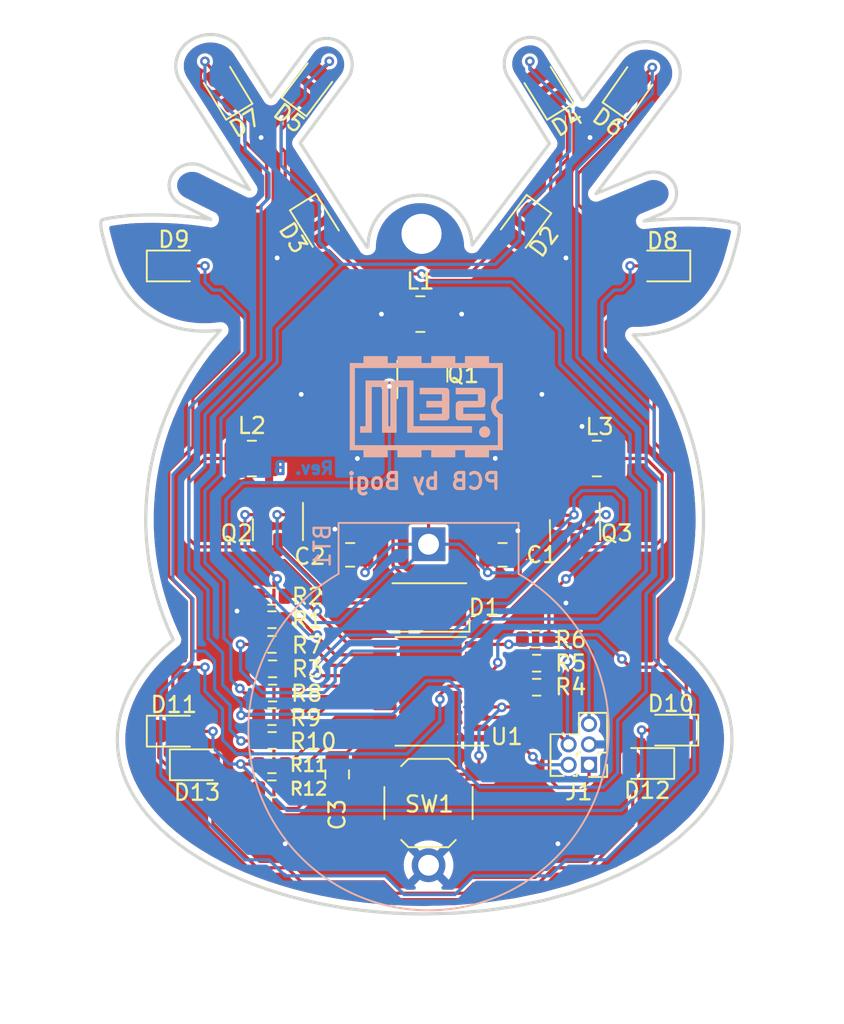
<source format=kicad_pcb>
(kicad_pcb (version 20240108) (generator "pcbnew") (generator_version "8.0")
  (layers (0 "F.Cu" signal) (31 "B.Cu" signal) (34 "B.Paste" user) (35 "F.Paste" user) (36 "B.SilkS" user "B.Silkscreen") (37 "F.SilkS" user "F.Silkscreen") (38 "B.Mask" user) (39 "F.Mask" user) (44 "Edge.Cuts" user))
  (net 0 "")
  (net 1 "GND")
  (net 2 "VCC")
  (net 3 "Net-(D1-RK)")
  (net 4 "Net-(D1-BK)")
  (net 5 "Net-(D1-GK)")
  (net 6 "Net-(D2-A)")
  (net 7 "/MPX1")
  (net 8 "Net-(D4-A)")
  (net 9 "Net-(D6-A)")
  (net 10 "Net-(D8-A)")
  (net 11 "Net-(D10-A)")
  (net 12 "Net-(D12-A)")
  (net 13 "/SWC")
  (net 14 "/nRST")
  (net 15 "/SWD")
  (net 16 "/B")
  (net 17 "/R")
  (net 18 "/G")
  (net 19 "Net-(SW1A-A)")
  (net 20 "Net-(U1-PB6{slash}PF4-BOOT0)")
  (net 21 "/L1")
  (net 22 "/L2")
  (net 23 "/L3")
  (net 24 "/L4")
  (net 25 "/L5")
  (net 26 "/L6")
  (net 27 "/MPX2")
  (footprint "Resistor_SMD:R_0603_1608Metric" (layer "F.Cu") (at 164.175 87.17 180)
    (property "Reference" "R6")
    (property "Value" "100k")
  )
  (footprint "karifa:SOT-23" (layer "F.Cu") (at 157.1125 70.4825 -90)
    (property "Reference" "Q1")
    (property "Value" "AO3401A")
  )
  (footprint "LED_SMD:LED_0805_2012Metric" (layer "F.Cu") (at 143.0625 95)
    (property "Reference" "D13")
    (property "Value" "LED")
  )
  (footprint "LED_SMD:LED_0805_2012Metric" (layer "F.Cu") (at 171.125 94.92 180)
    (property "Reference" "D12")
    (property "Value" "LED")
  )
  (footprint "Button_Switch_SMD:SW_SPST_TL3342" (layer "F.Cu") (at 157.4951 97.3848)
    (property "Reference" "SW1")
    (property "Value" "SW_DPST_x2")
  )
  (footprint "LED_SMD:LED_0805_2012Metric" (layer "F.Cu") (at 172.125 63.92 180)
    (property "Reference" "D8")
    (property "Value" "LED")
  )
  (footprint "Inductor_SMD:L_1008_2520Metric" (layer "F.Cu") (at 156.9875 66.92)
    (property "Reference" "L1")
    (property "Value" "L")
  )
  (footprint "karifa:LED_RGB_Wuerth-PLCC4_3.2x2.8mm_150141M173100" (layer "F.Cu") (at 157.55 85.2)
    (property "Reference" "D1")
    (property "Value" "LED_ARGB")
  )
  (footprint "kikit:Tab" (layer "F.Cu") (at 137.1375 63.345)
    (property "Reference" "T1" (hide yes))
    (property "Value" "Tab")
  )
  (footprint "karifa:TSSOP-20_4.4x6.5mm_P0.65mm" (layer "F.Cu") (at 157.6375 90.425)
    (property "Reference" "U1")
    (property "Value" "PY32F002AF15P6TU")
  )
  (footprint "LED_SMD:LED_0805_2012Metric" (layer "F.Cu") (at 141.625 63.92)
    (property "Reference" "D9")
    (property "Value" "LED")
  )
  (footprint "kikit:Tab" (layer "F.Cu") (at 157.5625 104.82 90)
    (property "Reference" "T1" (hide yes))
    (property "Value" "Tab")
  )
  (footprint "LED_SMD:LED_0805_2012Metric" (layer "F.Cu") (at 141.625123 92.904865)
    (property "Reference" "D11")
    (property "Value" "LED")
  )
  (footprint "Resistor_SMD:R_0603_1608Metric" (layer "F.Cu") (at 147.750336 93.485802)
    (property "Reference" "R10")
    (property "Value" "1k")
  )
  (footprint "Capacitor_SMD:C_0805_2012Metric" (layer "F.Cu") (at 151.8059 95.6016 90)
    (property "Reference" "C3")
    (property "Value" "100nF")
  )
  (footprint "kikit:Tab" (layer "F.Cu") (at 176.7375 90.448 180)
    (property "Reference" "T1" (hide yes))
    (property "Value" "Tab")
  )
  (footprint "Capacitor_SMD:C_0805_2012Metric" (layer "F.Cu") (at 152.6125 81.92 180)
    (property "Reference" "C2")
    (property "Value" "10uF")
  )
  (footprint "Resistor_SMD:R_0603_1608Metric" (layer "F.Cu") (at 147.7375 85.960677)
    (property "Reference" "R1")
    (property "Value" "100k")
  )
  (footprint "karifa:SOT-23" (layer "F.Cu") (at 148.112501 80.357504 90)
    (property "Reference" "Q2")
    (property "Value" "AO3401A")
  )
  (footprint "LED_SMD:LED_0805_2012Metric" (layer "F.Cu") (at 150.126702 52.67128 53)
    (property "Reference" "D5")
    (property "Value" "LED")
  )
  (footprint "LED_SMD:LED_0805_2012Metric" (layer "F.Cu") (at 164.819179 52.872795 121.75)
    (property "Reference" "D4")
    (property "Value" "LED")
  )
  (footprint "Inductor_SMD:L_1008_2520Metric" (layer "F.Cu") (at 167.9875 75.92 180)
    (property "Reference" "L3")
    (property "Value" "L")
  )
  (footprint "Capacitor_SMD:C_0805_2012Metric" (layer "F.Cu") (at 162.1125 81.92)
    (property "Reference" "C1")
    (property "Value" "10uF")
  )
  (footprint "kikit:Tab" (layer "F.Cu") (at 177.0625 63.345 180)
    (property "Reference" "T1" (hide yes))
    (property "Value" "Tab")
  )
  (footprint "Resistor_SMD:R_0603_1608Metric" (layer "F.Cu") (at 164.2375 90.17)
    (property "Reference" "R4")
    (property "Value" "100k")
  )
  (footprint "LED_SMD:LED_0805_2012Metric" (layer "F.Cu") (at 172.625 92.8432 180)
    (property "Reference" "D10")
    (property "Value" "LED")
  )
  (footprint "karifa:SOT-23" (layer "F.Cu") (at 166.629017 80.373949 91)
    (property "Reference" "Q3")
    (property "Value" "AO3401A")
  )
  (footprint "LED_SMD:LED_0805_2012Metric" (layer "F.Cu") (at 150.565701 61.374955 -58)
    (property "Reference" "D3")
    (property "Value" "LED")
  )
  (footprint "kikit:Tab" (layer "F.Cu") (at 138.1375 90.448)
    (property "Reference" "T1" (hide yes))
    (property "Value" "Tab")
  )
  (footprint "Resistor_SMD:R_0603_1608Metric" (layer "F.Cu") (at 164.2375 88.67 180)
    (property "Reference" "R5")
    (property "Value" "100k")
  )
  (footprint "LED_SMD:LED_0805_2012Metric" (layer "F.Cu") (at 144.825436 52.868933 121.3)
    (property "Reference" "D7")
    (property "Value" "LED")
  )
  (footprint "Resistor_SMD:R_0603_1608Metric" (layer "F.Cu") (at 147.774862 90.530368)
    (property "Reference" "R8")
    (property "Value" "1k")
  )
  (footprint "Resistor_SMD:R_0603_1608Metric" (layer "F.Cu") (at 147.7375 95)
    (property "Reference" "R11")
    (property "Value" "1k")
  )
  (footprint "LED_SMD:LED_0805_2012Metric" (layer "F.Cu") (at 163.373441 61.418831 -126.75)
    (property "Reference" "D2")
    (property "Value" "LED")
  )
  (footprint "Resistor_SMD:R_0603_1608Metric" (layer "F.Cu") (at 147.774862 89.021994)
    (property "Reference" "R3")
    (property "Value" "100k")
  )
  (footprint "Resistor_SMD:R_0603_1608Metric" (layer "F.Cu") (at 147.7375 84.5)
    (property "Reference" "R2")
    (property "Value" "100k")
  )
  (footprint "karifa:ProgConnector_5pin" (layer "F.Cu") (at 167.5 95 180)
    (property "Reference" "J1")
    (property "Value" "Conn_2Rows-05Pins")
  )
  (footprint "Resistor_SMD:R_0603_1608Metric" (layer "F.Cu") (at 147.7375 92)
    (property "Reference" "R9")
    (property "Value" "1k")
  )
  (footprint "Inductor_SMD:L_1008_2520Metric" (layer "F.Cu") (at 146.4875 75.92)
    (property "Reference" "L2")
    (property "Value" "L")
  )
  (footprint "LED_SMD:LED_0805_2012Metric" (layer "F.Cu") (at 170.10022 52.902043 55)
    (property "Reference" "D6")
    (property "Value" "LED")
  )
  (footprint "Resistor_SMD:R_0603_1608Metric" (layer "F.Cu") (at 147.7375 96.5)
    (property "Reference" "R12")
    (property "Value" "1k")
  )
  (footprint "Resistor_SMD:R_0603_1608Metric" (layer "F.Cu") (at 147.7375 87.5)
    (property "Reference" "R7")
    (property "Value" "1k")
  )
  (footprint "karifa:CR2032_Holder" (layer "B.Cu") (at 157.5 81.2608 -90)
    (property "Reference" "BT1")
    (property "Value" "Battery")
  )
  (gr_poly (pts (xy 158.653847 71.516274) (xy 158.701389 71.550381) (xy 158.706471 71.554057) (xy 158.71162 71.558086) (xy 158.716804 71.562432) (xy 158.721995 71.567062) (xy 158.727162 71.571941) (xy 158.732274 71.577032) (xy 158.737302 71.582303) (xy 158.742214 71.587717) (xy 158.746981 71.59324) (xy 158.751572 71.598837) (xy 158.755958 71.604474) (xy 158.760107 71.610115) (xy 158.76399 71.615726) (xy 158.767576 71.621272) (xy 158.770835 71.626718) (xy 158.773736 71.632029) (xy 158.781241 71.650284) (xy 158.786881 71.675938) (xy 158.790923 71.718816) (xy 158.793632 71.788738) (xy 158.796119 72.04901) (xy 158.796474 72.535333) (xy 158.796474 73.387994) (xy 158.769602 73.438637) (xy 158.766052 73.445094) (xy 158.762372 73.451294) (xy 158.758552 73.457245) (xy 158.754584 73.462958) (xy 158.750458 73.46844) (xy 158.746166 73.473701) (xy 158.741699 73.47875) (xy 158.737046 73.483596) (xy 158.7322 73.488248) (xy 158.727151 73.492716) (xy 158.72189 73.497008) (xy 158.716408 73.501134) (xy 158.710696 73.505102) (xy 158.704744 73.508921) (xy 158.698545 73.512602) (xy 158.692088 73.516152) (xy 158.642478 73.543024) (xy 156.946458 73.543024) (xy 156.946458 73.13478) (xy 158.334487 73.13478) (xy 158.334487 72.736871) (xy 157.36297 72.736871) (xy 157.36297 72.328627) (xy 158.334487 72.328627) (xy 158.334487 71.919351) (xy 156.946458 71.919351) (xy 156.946458 71.510073)) (fill solid) (layer "B.SilkS"))
  (gr_poly (pts (xy 154.992055 73.905792) (xy 155.119179 73.905792) (xy 155.119179 71.05532) (xy 156.565086 71.05532) (xy 156.565086 73.905792) (xy 160.20724 73.905792) (xy 160.20724 74.314036) (xy 156.171311 74.314036) (xy 156.171311 71.463564) (xy 155.51192 71.463564) (xy 155.51192 74.314036) (xy 154.599315 74.314036) (xy 154.599315 71.463564) (xy 153.962661 71.463564) (xy 153.962661 74.314036) (xy 153.234023 74.314036) (xy 153.234023 73.905792) (xy 153.56992 73.905792) (xy 153.56992 71.05532) (xy 154.992055 71.05532)) (fill solid) (layer "B.SilkS"))
  (gr_poly (pts (xy 161.002371 73.912601) (xy 161.014591 73.91333) (xy 161.026829 73.914448) (xy 161.038969 73.915942) (xy 161.050898 73.917797) (xy 161.0625 73.92) (xy 161.07366 73.922539) (xy 161.084263 73.925398) (xy 161.094194 73.928564) (xy 161.103337 73.932024) (xy 161.111578 73.935764) (xy 161.114894 73.937483) (xy 161.118238 73.939146) (xy 161.121591 73.940745) (xy 161.124933 73.942273) (xy 161.128245 73.943722) (xy 161.131508 73.945085) (xy 161.1347 73.946354) (xy 161.137804 73.947521) (xy 161.140798 73.94858) (xy 161.143664 73.949522) (xy 161.146381 73.950339) (xy 161.14893 73.951025) (xy 161.151292 73.951572) (xy 161.153446 73.951972) (xy 161.155373 73.952218) (xy 161.157053 73.952301) (xy 161.158358 73.952432) (xy 161.159932 73.952818) (xy 161.161754 73.953446) (xy 161.163803 73.954304) (xy 161.166059 73.95538) (xy 161.168499 73.956661) (xy 161.171102 73.958137) (xy 161.173848 73.959794) (xy 161.176715 73.961621) (xy 161.179682 73.963605) (xy 161.182728 73.965735) (xy 161.185831 73.967998) (xy 161.18897 73.970382) (xy 161.192125 73.972875) (xy 161.195273 73.975465) (xy 161.198394 73.97814) (xy 161.218789 73.996971) (xy 161.237384 74.015185) (xy 161.254243 74.032914) (xy 161.269433 74.050293) (xy 161.283018 74.067453) (xy 161.295064 74.084528) (xy 161.305634 74.101652) (xy 161.314795 74.118958) (xy 161.322612 74.136578) (xy 161.32915 74.154647) (xy 161.334473 74.173297) (xy 161.338647 74.192661) (xy 161.341737 74.212873) (xy 161.343809 74.234067) (xy 161.344926 74.256375) (xy 161.345155 74.27993) (xy 161.344443 74.301494) (xy 161.342524 74.322566) (xy 161.339431 74.343124) (xy 161.335198 74.363141) (xy 161.329859 74.382593) (xy 161.323448 74.401457) (xy 161.315998 74.419706) (xy 161.307545 74.437317) (xy 161.298121 74.454264) (xy 161.28776 74.470524) (xy 161.276497 74.486072) (xy 161.264365 74.500883) (xy 161.251398 74.514932) (xy 161.23763 74.528195) (xy 161.223094 74.540647) (xy 161.207826 74.552265) (xy 161.191858 74.563022) (xy 161.175224 74.572894) (xy 161.157958 74.581858) (xy 161.140095 74.589887) (xy 161.121668 74.596959) (xy 161.102711 74.603047) (xy 161.083257 74.608128) (xy 161.063342 74.612177) (xy 161.042998 74.615169) (xy 161.022259 74.617079) (xy 161.001159 74.617884) (xy 160.979733 74.617558) (xy 160.958014 74.616077) (xy 160.936035 74.613417) (xy 160.913832 74.609552) (xy 160.891437 74.604458) (xy 160.879398 74.601301) (xy 160.868041 74.598006) (xy 160.857296 74.594529) (xy 160.847092 74.590828) (xy 160.837361 74.58686) (xy 160.828032 74.582584) (xy 160.819037 74.577956) (xy 160.810305 74.572935) (xy 160.801766 74.567478) (xy 160.793352 74.561542) (xy 160.784992 74.555085) (xy 160.776618 74.548066) (xy 160.768158 74.54044) (xy 160.759544 74.532167) (xy 160.750706 74.523203) (xy 160.741575 74.513507) (xy 160.725807 74.495469) (xy 160.711451 74.476653) (xy 160.698516 74.457108) (xy 160.687008 74.436881) (xy 160.676935 74.416017) (xy 160.668305 74.394565) (xy 160.661126 74.37257) (xy 160.655404 74.35008) (xy 160.651148 74.327143) (xy 160.648365 74.303804) (xy 160.647063 74.280111) (xy 160.647249 74.25611) (xy 160.648931 74.231849) (xy 160.652116 74.207375) (xy 160.656812 74.182734) (xy 160.663026 74.157973) (xy 160.669985 74.137011) (xy 160.678778 74.116426) (xy 160.689299 74.096308) (xy 160.701445 74.076745) (xy 160.71511 74.057823) (xy 160.730192 74.03963) (xy 160.746584 74.022256) (xy 160.764183 74.005786) (xy 160.782884 73.99031) (xy 160.802583 73.975915) (xy 160.823175 73.962688) (xy 160.844556 73.950719) (xy 160.866622 73.940093) (xy 160.889267 73.9309) (xy 160.912387 73.923227) (xy 160.935878 73.917161) (xy 160.945572 73.915269) (xy 160.955975 73.913849) (xy 160.966972 73.912885) (xy 160.978446 73.912365) (xy 160.990285 73.912275)) (fill solid) (layer "B.SilkS"))
  (gr_poly (pts (xy 160.042909 71.513174) (xy 160.897638 71.516274) (xy 160.94518 71.550381) (xy 160.950262 71.554057) (xy 160.955409 71.558086) (xy 160.960589 71.562432) (xy 160.96577 71.567062) (xy 160.970921 71.571941) (xy 160.97601 71.577032) (xy 160.981006 71.582303) (xy 160.985875 71.587717) (xy 160.990588 71.59324) (xy 160.99511 71.598837) (xy 160.999412 71.604474) (xy 161.003461 71.610115) (xy 161.007226 71.615726) (xy 161.010674 71.621272) (xy 161.013773 71.626718) (xy 161.016493 71.632029) (xy 161.024043 71.649268) (xy 161.0298 71.669366) (xy 161.034007 71.697214) (xy 161.036905 71.737708) (xy 161.038738 71.795739) (xy 161.039748 71.876201) (xy 161.040264 72.123989) (xy 161.040174 72.264799) (xy 161.040012 72.322587) (xy 161.039732 72.372811) (xy 161.039299 72.416107) (xy 161.038684 72.453111) (xy 161.037853 72.484459) (xy 161.036776 72.510787) (xy 161.035421 72.53273) (xy 161.034628 72.542257) (xy 161.033754 72.550925) (xy 161.032795 72.558816) (xy 161.031746 72.566007) (xy 161.030604 72.57258) (xy 161.029364 72.578612) (xy 161.028023 72.584185) (xy 161.026576 72.589377) (xy 161.02502 72.594267) (xy 161.023351 72.598936) (xy 161.019656 72.607926) (xy 161.01546 72.616982) (xy 161.012983 72.622086) (xy 161.010226 72.627295) (xy 161.007224 72.632568) (xy 161.004011 72.637863) (xy 161.000622 72.64314) (xy 160.997093 72.648357) (xy 160.993457 72.653475) (xy 160.989751 72.658452) (xy 160.986008 72.663248) (xy 160.982264 72.667821) (xy 160.978553 72.67213) (xy 160.97491 72.676136) (xy 160.97137 72.679796) (xy 160.967968 72.68307) (xy 160.964738 72.685917) (xy 160.961716 72.688296) (xy 160.936669 72.703736) (xy 160.922947 72.710049) (xy 160.907262 72.715507) (xy 160.888744 72.720171) (xy 160.866519 72.724104) (xy 160.807462 72.730024) (xy 160.723117 72.733765) (xy 160.606505 72.735822) (xy 160.248581 72.736871) (xy 159.663605 72.736871) (xy 159.663605 73.13478) (xy 161.040264 73.13478) (xy 161.040264 73.543024) (xy 159.344244 73.543024) (xy 159.290501 73.507884) (xy 159.283169 73.503241) (xy 159.276275 73.498598) (xy 159.269796 73.493931) (xy 159.26371 73.489216) (xy 159.257992 73.484427) (xy 159.252621 73.479542) (xy 159.247575 73.474536) (xy 159.242829 73.469385) (xy 159.238362 73.464064) (xy 159.234151 73.458549) (xy 159.230173 73.452816) (xy 159.226406 73.446841) (xy 159.222826 73.440599) (xy 159.219411 73.434067) (xy 159.216139 73.42722) (xy 159.212986 73.420034) (xy 159.205733 73.40116) (xy 159.200115 73.3795) (xy 159.195927 73.350525) (xy 159.192962 73.309705) (xy 159.191014 73.252509) (xy 159.189877 73.174409) (xy 159.189215 72.937376) (xy 159.189268 72.798031) (xy 159.189392 72.741163) (xy 159.189635 72.691945) (xy 159.190035 72.649716) (xy 159.190632 72.613813) (xy 159.191465 72.583572) (xy 159.191983 72.570367) (xy 159.192574 72.558329) (xy 159.193244 72.547376) (xy 159.193998 72.537423) (xy 159.19484 72.528389) (xy 159.195776 72.52019) (xy 159.19681 72.512743) (xy 159.197947 72.505966) (xy 159.199193 72.499776) (xy 159.200552 72.494089) (xy 159.202028 72.488824) (xy 159.203628 72.483896) (xy 159.205356 72.479223) (xy 159.207217 72.474723) (xy 159.209215 72.470312) (xy 159.211357 72.465907) (xy 159.216087 72.456786) (xy 159.219332 72.450427) (xy 159.222861 72.444145) (xy 159.226669 72.437941) (xy 159.23075 72.431819) (xy 159.235097 72.425782) (xy 159.239704 72.419833) (xy 159.244566 72.413974) (xy 159.249676 72.40821) (xy 159.255029 72.402542) (xy 159.260617 72.396974) (xy 159.266436 72.391509) (xy 159.272478 72.38615) (xy 159.278739 72.3809) (xy 159.285212 72.375763) (xy 159.29189 72.37074) (xy 159.298769 72.365835) (xy 159.353546 72.328627) (xy 160.577244 72.328627) (xy 160.577244 71.919351) (xy 159.189215 71.919351) (xy 159.189215 71.510073)) (fill solid) (layer "B.SilkS"))
  (gr_poly (pts (xy 154.956915 69.968049) (xy 155.558429 69.968049) (xy 155.558429 69.536033) (xy 157.062213 69.536033) (xy 157.062213 69.968049) (xy 157.663727 69.968049) (xy 157.663727 69.536033) (xy 159.166477 69.536033) (xy 159.166477 69.968049) (xy 159.767991 69.968049) (xy 159.767991 69.536033) (xy 161.270742 69.536033) (xy 161.270742 69.968049) (xy 162.126503 69.968049) (xy 162.126503 72.220107) (xy 162.055189 72.240778) (xy 162.03646 72.246269) (xy 162.019303 72.251567) (xy 162.003544 72.256772) (xy 161.989011 72.261981) (xy 161.975533 72.267293) (xy 161.962935 72.272807) (xy 161.951046 72.27862) (xy 161.939693 72.284832) (xy 161.928703 72.29154) (xy 161.917904 72.298843) (xy 161.907123 72.30684) (xy 161.896188 72.315628) (xy 161.884926 72.325306) (xy 161.873164 72.335973) (xy 161.86073 72.347728) (xy 161.847451 72.360667) (xy 161.839592 72.368319) (xy 161.831913 72.376152) (xy 161.824426 72.384151) (xy 161.817139 72.392303) (xy 161.810065 72.400594) (xy 161.803213 72.409011) (xy 161.796594 72.41754) (xy 161.790219 72.426167) (xy 161.784098 72.434879) (xy 161.778242 72.443662) (xy 161.772662 72.452503) (xy 161.767368 72.461388) (xy 161.762371 72.470303) (xy 161.757681 72.479234) (xy 161.753309 72.488169) (xy 161.749265 72.497093) (xy 161.739536 72.519302) (xy 161.735467 72.529336) (xy 161.731889 72.538919) (xy 161.728771 72.548247) (xy 161.726084 72.557518) (xy 161.723796 72.566928) (xy 161.721877 72.576675) (xy 161.720297 72.586954) (xy 161.719027 72.597963) (xy 161.718035 72.609898) (xy 161.717291 72.622957) (xy 161.716427 72.653232) (xy 161.716193 72.690363) (xy 161.716352 72.729205) (xy 161.716622 72.745569) (xy 161.717081 72.760223) (xy 161.717776 72.773411) (xy 161.718754 72.785379) (xy 161.720062 72.796372) (xy 161.721748 72.806635) (xy 161.723857 72.816413) (xy 161.726437 72.825953) (xy 161.729535 72.835498) (xy 161.733197 72.845295) (xy 161.737471 72.855588) (xy 161.742404 72.866624) (xy 161.754433 72.891901) (xy 161.758447 72.899933) (xy 161.762713 72.908098) (xy 161.767191 72.916336) (xy 161.771841 72.924586) (xy 161.781502 72.94088) (xy 161.791381 72.956496) (xy 161.796304 72.963899) (xy 161.801164 72.97095) (xy 161.80592 72.977589) (xy 161.810534 72.983756) (xy 161.814966 72.98939) (xy 161.819178 72.99443) (xy 161.823129 72.998817) (xy 161.82678 73.002489) (xy 161.858849 73.033448) (xy 161.872864 73.046497) (xy 161.885869 73.058121) (xy 161.898116 73.068468) (xy 161.90986 73.077684) (xy 161.921352 73.085915) (xy 161.932846 73.09331) (xy 161.944594 73.100014) (xy 161.956849 73.106174) (xy 161.969864 73.111938) (xy 161.983892 73.117452) (xy 161.999186 73.122863) (xy 162.015998 73.128318) (xy 162.055189 73.139948) (xy 162.126503 73.161652) (xy 162.126503 75.401308) (xy 161.270742 75.401308) (xy 161.270742 75.844692) (xy 159.767991 75.844692) (xy 159.767991 75.401308) (xy 159.166477 75.401308) (xy 159.166477 75.844692) (xy 157.663727 75.844692) (xy 157.663727 75.401308) (xy 157.062213 75.401308) (xy 157.062213 75.844692) (xy 155.558429 75.844692) (xy 155.558429 75.401308) (xy 154.956915 75.401308) (xy 154.956915 75.844692) (xy 153.442796 75.844692) (xy 153.442796 75.401308) (xy 152.587034 75.401308) (xy 152.587034 75.086082) (xy 152.910529 75.086082) (xy 161.814377 75.086082) (xy 161.814377 74.232387) (xy 161.813764 73.867632) (xy 161.811793 73.600255) (xy 161.810239 73.504809) (xy 161.808273 73.435779) (xy 161.805871 73.393854) (xy 161.804499 73.383273) (xy 161.803769 73.380614) (xy 161.803008 73.379726) (xy 161.801708 73.379512) (xy 161.799771 73.378884) (xy 161.794159 73.37648) (xy 161.786513 73.372695) (xy 161.77717 73.367711) (xy 161.766472 73.36171) (xy 161.754756 73.354873) (xy 161.742361 73.347382) (xy 161.729628 73.339419) (xy 161.697879 73.317522) (xy 161.667388 73.293741) (xy 161.638202 73.268157) (xy 161.610369 73.240846) (xy 161.583934 73.211888) (xy 161.558945 73.181361) (xy 161.535448 73.149345) (xy 161.513492 73.115918) (xy 161.493122 73.081159) (xy 161.474385 73.045146) (xy 161.457329 73.007958) (xy 161.442001 72.969674) (xy 161.428446 72.930372) (xy 161.416714 72.890132) (xy 161.406849 72.849033) (xy 161.398899 72.807151) (xy 161.393321 72.766918) (xy 161.390122 72.726157) (xy 161.389261 72.68502) (xy 161.390696 72.64366) (xy 161.394383 72.602227) (xy 161.40028 72.560873) (xy 161.408345 72.519749) (xy 161.418536 72.479006) (xy 161.43081 72.438796) (xy 161.445125 72.399271) (xy 161.461439 72.360581) (xy 161.479708 72.322879) (xy 161.499891 72.286315) (xy 161.521946 72.25104) (xy 161.545829 72.217207) (xy 161.571498 72.184967) (xy 161.578711 72.176494) (xy 161.586329 72.167811) (xy 161.594246 72.159022) (xy 161.602359 72.150231) (xy 161.618752 72.133063) (xy 161.626823 72.124894) (xy 161.634673 72.117142) (xy 161.642195 72.109911) (xy 161.649285 72.103304) (xy 161.65584 72.097428) (xy 161.661754 72.092386) (xy 161.666924 72.088282) (xy 161.671244 72.085222) (xy 161.673053 72.084115) (xy 161.67461 72.083309) (xy 161.675903 72.082815) (xy 161.676918 72.082648) (xy 161.677943 72.082434) (xy 161.679448 72.081806) (xy 161.681403 72.080788) (xy 161.683782 72.079402) (xy 161.68969 72.075617) (xy 161.696943 72.070633) (xy 161.70531 72.064632) (xy 161.714561 72.057795) (xy 161.724467 72.050304) (xy 161.734796 72.04234) (xy 161.740047 72.038129) (xy 161.745311 72.034036) (xy 161.750554 72.030082) (xy 161.755741 72.026288) (xy 161.760837 72.022676) (xy 161.765808 72.019268) (xy 161.770618 72.016083) (xy 161.775233 72.013143) (xy 161.779617 72.01047) (xy 161.783737 72.008084) (xy 161.787557 72.006008) (xy 161.791043 72.004261) (xy 161.794158 72.002866) (xy 161.79687 72.001843) (xy 161.799143 72.001214) (xy 161.800104 72.001053) (xy 161.800942 72.000999) (xy 161.802796 71.998814) (xy 161.804486 71.991946) (xy 161.807401 71.96229) (xy 161.811535 71.826204) (xy 161.813731 71.562799) (xy 161.814377 71.142137) (xy 161.814377 70.283275) (xy 152.910529 70.283275) (xy 152.910529 75.086082) (xy 152.587034 75.086082) (xy 152.587034 69.968049) (xy 153.442796 69.968049) (xy 153.442796 69.536033) (xy 154.956915 69.536033)) (fill solid) (layer "B.SilkS"))
  (gr_poly (pts (xy 144 49.5) (xy 144.143406 49.509401) (xy 144.28552 49.527326) (xy 144.425864 49.553659) (xy 144.563961 49.588287) (xy 144.699334 49.631093) (xy 144.831507 49.681964) (xy 144.960001 49.740782) (xy 145.084341 49.807435) (xy 145.204048 49.881805) (xy 145.318645 49.96378) (xy 145.373879 50.007582) (xy 145.427657 50.053242) (xy 145.479918 50.100746) (xy 145.530604 50.150078) (xy 145.579655 50.201225) (xy 145.627011 50.254172) (xy 145.672613 50.308905) (xy 145.716401 50.365409) (xy 145.758314 50.423671) (xy 145.798295 50.483675) (xy 147.673631 53.410627) (xy 149.948945 50.342081) (xy 149.998001 50.279353) (xy 150.049591 50.219983) (xy 150.103579 50.163988) (xy 150.159833 50.111384) (xy 150.218218 50.062186) (xy 150.278601 50.016412) (xy 150.340848 49.974077) (xy 150.404825 49.935197) (xy 150.470399 49.899788) (xy 150.537435 49.867867) (xy 150.605801 49.83945) (xy 150.675362 49.814553) (xy 150.745984 49.793191) (xy 150.817534 49.775381) (xy 150.889879 49.76114) (xy 150.962883 49.750483) (xy 151.036414 49.743426) (xy 151.110337 49.739986) (xy 151.18452 49.740179) (xy 151.258828 49.744021) (xy 151.333127 49.751527) (xy 151.407284 49.762715) (xy 151.481165 49.777599) (xy 151.554637 49.796197) (xy 151.627564 49.818525) (xy 151.699815 49.844598) (xy 151.771254 49.874433) (xy 151.841748 49.908046) (xy 151.911165 49.945453) (xy 151.979368 49.98667) (xy 152.046226 50.031713) (xy 152.111604 50.080598) (xy 152.174609 50.132697) (xy 152.234404 50.187278) (xy 152.29097 50.244204) (xy 152.344287 50.303337) (xy 152.394333 50.364541) (xy 152.441089 50.427678) (xy 152.484535 50.492612) (xy 152.524651 50.559204) (xy 152.561417 50.627319) (xy 152.594812 50.696818) (xy 152.624817 50.767565) (xy 152.651412 50.839422) (xy 152.674575 50.912253) (xy 152.694288 50.98592) (xy 152.710531 51.060285) (xy 152.723282 51.135213) (xy 152.732522 51.210565) (xy 152.738231 51.286205) (xy 152.740389 51.361995) (xy 152.738975 51.437799) (xy 152.73397 51.513478) (xy 152.725354 51.588897) (xy 152.713106 51.663917) (xy 152.697206 51.738402) (xy 152.677634 51.812214) (xy 152.654371 51.885217) (xy 152.627396 51.957273) (xy 152.596688 52.028245) (xy 152.562228 52.097995) (xy 152.523996 52.166388) (xy 152.481972 52.233285) (xy 152.436135 52.298549) (xy 149.498849 56.25955) (xy 153.657761 62.750627) (xy 153.721848 62.73874) (xy 153.726851 62.572279) (xy 153.740099 62.408026) (xy 153.761391 62.246185) (xy 153.790523 62.086956) (xy 153.827293 61.930541) (xy 153.871499 61.777141) (xy 153.922938 61.626959) (xy 153.981408 61.480195) (xy 154.046707 61.337051) (xy 154.118632 61.197729) (xy 154.19698 61.06243) (xy 154.28155 60.931355) (xy 154.372138 60.804707) (xy 154.468542 60.682687) (xy 154.570561 60.565496) (xy 154.677991 60.453335) (xy 154.79063 60.346407) (xy 154.908275 60.244913) (xy 155.030725 60.149055) (xy 155.157777 60.059033) (xy 155.289227 59.97505) (xy 155.424875 59.897306) (xy 155.564517 59.826005) (xy 155.707951 59.761346) (xy 155.854975 59.703532) (xy 156.005386 59.652764) (xy 156.158981 59.609243) (xy 156.315559 59.573172) (xy 156.474917 59.544752) (xy 156.636852 59.524183) (xy 156.801162 59.511669) (xy 156.967645 59.50741) (xy 157.130325 59.511446) (xy 157.290981 59.523381) (xy 157.44942 59.543029) (xy 157.60545 59.570202) (xy 157.758876 59.604716) (xy 157.909506 59.646385) (xy 158.057147 59.695021) (xy 158.201605 59.750441) (xy 158.342688 59.812456) (xy 158.480203 59.880883) (xy 158.613956 59.955534) (xy 158.743754 60.036223) (xy 158.869405 60.122766) (xy 158.990714 60.214975) (xy 159.10749 60.312665) (xy 159.219539 60.415649) (xy 159.326667 60.523743) (xy 159.428683 60.63676) (xy 159.525392 60.754513) (xy 159.616601 60.876818) (xy 159.702119 61.003488) (xy 159.78175 61.134337) (xy 159.855303 61.269179) (xy 159.922585 61.407828) (xy 159.983402 61.550099) (xy 160.03756 61.695805) (xy 160.084868 61.84476) (xy 160.125132 61.996779) (xy 160.158158 62.151675) (xy 160.183755 62.309263) (xy 160.201728 62.469356) (xy 160.211884 62.631769) (xy 160.212922 62.631769) (xy 165.034333 56.296756) (xy 162.445344 52.139387) (xy 162.405236 52.071076) (xy 162.36907 52.001405) (xy 162.336814 51.930511) (xy 162.308437 51.858529) (xy 162.283906 51.785593) (xy 162.26319 51.71184) (xy 162.246256 51.637405) (xy 162.233074 51.562423) (xy 162.22361 51.48703) (xy 162.217833 51.411361) (xy 162.215712 51.335552) (xy 162.217213 51.259737) (xy 162.222306 51.184052) (xy 162.230959 51.108634) (xy 162.243139 51.033616) (xy 162.258815 50.959135) (xy 162.277954 50.885326) (xy 162.300526 50.812324) (xy 162.326497 50.740264) (xy 162.355836 50.669283) (xy 162.388512 50.599516) (xy 162.424492 50.531097) (xy 162.463744 50.464163) (xy 162.506236 50.398848) (xy 162.551938 50.335288) (xy 162.600816 50.273619) (xy 162.652839 50.213976) (xy 162.707974 50.156495) (xy 162.766191 50.10131) (xy 162.827457 50.048557) (xy 162.89174 49.998371) (xy 162.959008 49.950889) (xy 163.010917 49.917434) (xy 163.0635 49.886191) (xy 163.116701 49.857152) (xy 163.170462 49.830305) (xy 163.224726 49.805641) (xy 163.279436 49.783149) (xy 163.334536 49.762819) (xy 163.389968 49.744641) (xy 163.445675 49.728605) (xy 163.5016 49.714699) (xy 163.557686 49.702915) (xy 163.613877 49.693242) (xy 163.670115 49.68567) (xy 163.726342 49.680188) (xy 163.782503 49.676786) (xy 163.83854 49.675455) (xy 163.931498 49.677818) (xy 164.023707 49.685849) (xy 164.114911 49.699497) (xy 164.204854 49.71871) (xy 164.29328 49.743437) (xy 164.379934 49.773629) (xy 164.46456 49.809232) (xy 164.546902 49.850197) (xy 164.626704 49.896473) (xy 164.703711 49.948009) (xy 164.777666 50.004753) (xy 164.81342 50.035062) (xy 164.848315 50.066654) (xy 164.88232 50.099523) (xy 164.915402 50.133663) (xy 164.947529 50.169066) (xy 164.97867 50.205727) (xy 165.008792 50.243639) (xy 165.037864 50.282796) (xy 165.065854 50.323191) (xy 165.092729 50.364818) (xy 167.09829 53.585294) (xy 169.219087 50.799934) (xy 169.285132 50.717654) (xy 169.354885 50.639347) (xy 169.428157 50.565044) (xy 169.504763 50.494776) (xy 169.584514 50.428575) (xy 169.667223 50.366472) (xy 169.752704 50.308498) (xy 169.84077 50.254685) (xy 169.931233 50.205064) (xy 170.023905 50.159667) (xy 170.215133 50.081668) (xy 170.412957 50.020941) (xy 170.615879 49.977734) (xy 170.822403 49.952301) (xy 171.031032 49.944891) (xy 171.24027 49.955756) (xy 171.448619 49.985147) (xy 171.551993 50.006868) (xy 171.654583 50.033314) (xy 171.756203 50.064518) (xy 171.856665 50.100509) (xy 171.955782 50.141321) (xy 172.053368 50.186983) (xy 172.149235 50.237529) (xy 172.243195 50.292987) (xy 172.333954 50.352652) (xy 172.420317 50.415679) (xy 172.502251 50.481899) (xy 172.579721 50.551144) (xy 172.652694 50.623243) (xy 172.721134 50.698028) (xy 172.785008 50.775329) (xy 172.844282 50.854977) (xy 172.898921 50.936802) (xy 172.948891 51.020635) (xy 172.994157 51.106307) (xy 173.034686 51.193648) (xy 173.070444 51.28249) (xy 173.101395 51.372662) (xy 173.127507 51.463996) (xy 173.148744 51.556322) (xy 173.165072 51.649471) (xy 173.176457 51.743273) (xy 173.182866 51.837559) (xy 173.184263 51.93216) (xy 173.180614 52.026907) (xy 173.171886 52.121629) (xy 173.158044 52.216159) (xy 173.139053 52.310326) (xy 173.11488 52.403961) (xy 173.085491 52.496894) (xy 173.05085 52.588957) (xy 173.010924 52.679981) (xy 172.965679 52.769795) (xy 172.91508 52.85823) (xy 172.859093 52.945118) (xy 172.797685 53.030288) (xy 167.936478 59.418012) (xy 170.918214 58.185529) (xy 170.988204 58.158515) (xy 171.058738 58.13503) (xy 171.129697 58.115033) (xy 171.200964 58.09848) (xy 171.272418 58.085331) (xy 171.343941 58.075544) (xy 171.415414 58.069076) (xy 171.486719 58.065885) (xy 171.557736 58.06593) (xy 171.628347 58.069169) (xy 171.698433 58.075559) (xy 171.767875 58.085059) (xy 171.836555 58.097627) (xy 171.904352 58.113221) (xy 171.97115 58.131799) (xy 172.036828 58.153318) (xy 172.101268 58.177738) (xy 172.164351 58.205016) (xy 172.225959 58.23511) (xy 172.285972 58.267979) (xy 172.344272 58.303579) (xy 172.40074 58.34187) (xy 172.455257 58.38281) (xy 172.507704 58.426356) (xy 172.557962 58.472466) (xy 172.605913 58.521099) (xy 172.651438 58.572213) (xy 172.694418 58.625765) (xy 172.734733 58.681714) (xy 172.772267 58.740018) (xy 172.806898 58.800635) (xy 172.838509 58.863523) (xy 172.866643 58.927849) (xy 172.890952 58.992734) (xy 172.911483 59.058068) (xy 172.928283 59.12374) (xy 172.9414 59.189638) (xy 172.95088 59.255653) (xy 172.956772 59.321675) (xy 172.959122 59.387591) (xy 172.957977 59.453292) (xy 172.953385 59.518667) (xy 172.945392 59.583605) (xy 172.934047 59.647996) (xy 172.919396 59.711729) (xy 172.901487 59.774694) (xy 172.880366 59.836779) (xy 172.856082 59.897874) (xy 172.828681 59.957869) (xy 172.79821 60.016653) (xy 172.764717 60.074115) (xy 172.728248 60.130144) (xy 172.688852 60.184631) (xy 172.646575 60.237464) (xy 172.601465 60.288532) (xy 172.553569 60.337725) (xy 172.502933 60.384933) (xy 172.449606 60.430044) (xy 172.393634 60.472949) (xy 172.335065 60.513536) (xy 172.273946 60.551695) (xy 172.210324 60.587314) (xy 172.144247 60.620285) (xy 172.075761 60.650495) (xy 170.925446 61.125921) (xy 171.44484 61.071183) (xy 171.954364 61.029536) (xy 172.452045 60.999819) (xy 172.935907 60.980868) (xy 173.403977 60.971522) (xy 173.85428 60.970619) (xy 174.284842 60.976996) (xy 174.693688 60.989492) (xy 174.982644 61.006567) (xy 175.309685 61.035673) (xy 175.65223 61.073707) (xy 175.987701 61.117568) (xy 176.293519 61.164151) (xy 176.547104 61.210356) (xy 176.647254 61.232346) (xy 176.725878 61.253078) (xy 176.780154 61.272164) (xy 176.797279 61.280969) (xy 176.807259 61.289217) (xy 176.824244 61.314579) (xy 176.838383 61.343808) (xy 176.849792 61.37673) (xy 176.858587 61.413175) (xy 176.868796 61.495947) (xy 176.869931 61.590753) (xy 176.862915 61.696224) (xy 176.848672 61.810987) (xy 176.828123 61.933673) (xy 176.802191 62.06291) (xy 176.737869 62.335555) (xy 176.663086 62.617958) (xy 176.511666 63.168172) (xy 176.409457 63.526054) (xy 176.297617 63.868371) (xy 176.176505 64.195389) (xy 176.046482 64.507373) (xy 175.90791 64.804589) (xy 175.761148 65.087301) (xy 175.606559 65.355775) (xy 175.444501 65.610275) (xy 175.275336 65.851067) (xy 175.099426 66.078415) (xy 174.917129 66.292585) (xy 174.728807 66.493842) (xy 174.534822 66.682451) (xy 174.335533 66.858676) (xy 174.1313 67.022784) (xy 173.922486 67.175038) (xy 173.709451 67.315705) (xy 173.492554 67.445049) (xy 173.272158 67.563335) (xy 173.048622 67.670829) (xy 172.593575 67.854498) (xy 172.130299 67.998178) (xy 171.66168 68.103988) (xy 171.190603 68.17405) (xy 170.719954 68.210484) (xy 170.252618 68.21541) (xy 170.75147 68.80098) (xy 171.224429 69.408387) (xy 171.670627 70.036785) (xy 172.089195 70.685328) (xy 172.479266 71.353172) (xy 172.839972 72.039471) (xy 173.170445 72.743379) (xy 173.469816 73.464051) (xy 173.737218 74.200643) (xy 173.971783 74.952308) (xy 174.172642 75.718201) (xy 174.338928 76.497476) (xy 174.469772 77.28929) (xy 174.564307 78.092795) (xy 174.621665 78.907147) (xy 174.640977 79.7315) (xy 174.633074 80.215104) (xy 174.611707 80.697641) (xy 174.576938 81.17884) (xy 174.528829 81.658428) (xy 174.467445 82.136135) (xy 174.392849 82.611687) (xy 174.305104 83.084813) (xy 174.204272 83.555242) (xy 174.090418 84.022701) (xy 173.963604 84.486918) (xy 173.823893 84.947622) (xy 173.67135 85.404541) (xy 173.506036 85.857403) (xy 173.328015 86.305936) (xy 173.137351 86.749869) (xy 172.934106 87.188928) (xy 173.346074 87.535704) (xy 173.733248 87.890274) (xy 174.095384 88.252203) (xy 174.432239 88.621056) (xy 174.74357 88.9964) (xy 175.029133 89.377801) (xy 175.288685 89.764824) (xy 175.521983 90.157034) (xy 175.728783 90.553999) (xy 175.908841 90.955283) (xy 176.061915 91.360452) (xy 176.187761 91.769071) (xy 176.286135 92.180708) (xy 176.356794 92.594927) (xy 176.399495 93.011295) (xy 176.413995 93.429376) (xy 176.38906 93.988592) (xy 176.315071 94.540466) (xy 176.193233 95.084317) (xy 176.024749 95.619462) (xy 175.810823 96.145217) (xy 175.552658 96.6609) (xy 175.251458 97.165829) (xy 174.908427 97.659319) (xy 174.524769 98.140689) (xy 174.101687 98.609256) (xy 173.142067 99.505248) (xy 172.039197 100.341832) (xy 170.802706 101.113546) (xy 169.442224 101.814927) (xy 167.967381 102.440513) (xy 166.387806 102.98484) (xy 164.713129 103.442447) (xy 162.95298 103.80787) (xy 161.116989 104.075646) (xy 159.214785 104.240315) (xy 157.255998 104.296411) (xy 156.270139 104.28227) (xy 155.297221 104.240304) (xy 154.338448 104.171195) (xy 153.395025 104.075627) (xy 152.468153 103.954282) (xy 151.559039 103.807844) (xy 150.668884 103.636994) (xy 149.798893 103.442415) (xy 148.95027 103.224792) (xy 148.124218 102.984805) (xy 147.321941 102.723139) (xy 146.544643 102.440476) (xy 145.793527 102.137498) (xy 145.069798 101.814889) (xy 144.374658 101.473332) (xy 143.709313 101.113509) (xy 143.074965 100.736103) (xy 142.472818 100.341796) (xy 141.904076 99.931273) (xy 141.369943 99.505215) (xy 140.871623 99.064305) (xy 140.410319 98.609227) (xy 139.987234 98.140662) (xy 139.603574 97.659295) (xy 139.260541 97.165806) (xy 138.959339 96.660881) (xy 138.701172 96.1452) (xy 138.487244 95.619448) (xy 138.318758 95.084307) (xy 138.196918 94.540459) (xy 138.122929 93.988588) (xy 138.097993 93.429376) (xy 138.114528 93.012575) (xy 138.159078 92.597514) (xy 138.231401 92.184625) (xy 138.331258 91.774337) (xy 138.458405 91.367082) (xy 138.612603 90.963291) (xy 138.793609 90.563393) (xy 139.001183 90.167821) (xy 139.235083 89.777004) (xy 139.495068 89.391374) (xy 139.780896 89.011361) (xy 140.092327 88.637396) (xy 140.429119 88.269909) (xy 140.791031 87.909332) (xy 141.177822 87.556096) (xy 141.58925 87.21063) (xy 141.384671 86.770478) (xy 141.192748 86.325409) (xy 141.013546 85.875697) (xy 140.847128 85.421616) (xy 140.693558 84.963439) (xy 140.5529 84.501441) (xy 140.425217 84.035895) (xy 140.310573 83.567075) (xy 140.209033 83.095255) (xy 140.120659 82.620708) (xy 140.045516 82.143709) (xy 139.983667 81.66453) (xy 139.935177 81.183446) (xy 139.900108 80.700731) (xy 139.878525 80.216657) (xy 139.870492 79.7315) (xy 139.891127 78.880135) (xy 139.952388 78.039525) (xy 140.05331 77.210594) (xy 140.192928 76.394267) (xy 140.370277 75.591467) (xy 140.584391 74.803118) (xy 140.834306 74.030145) (xy 141.119057 73.273472) (xy 141.437678 72.534022) (xy 141.789204 71.81272) (xy 142.172671 71.110489) (xy 142.587112 70.428254) (xy 143.031563 69.766939) (xy 143.505059 69.127468) (xy 144.006635 68.510764) (xy 144.535325 67.917753) (xy 144.028746 67.96928) (xy 143.511818 67.986136) (xy 142.988544 67.965381) (xy 142.462933 67.904078) (xy 142.200502 67.857303) (xy 141.938989 67.799289) (xy 141.678894 67.729668) (xy 141.420719 67.648074) (xy 141.164963 67.554139) (xy 140.912128 67.447496) (xy 140.662714 67.327778) (xy 140.417222 67.194617) (xy 140.176154 67.047646) (xy 139.940008 66.886498) (xy 139.709287 66.710805) (xy 139.484492 66.520201) (xy 139.266122 66.314318) (xy 139.054678 66.092788) (xy 138.850662 65.855245) (xy 138.654574 65.601321) (xy 138.466914 65.330649) (xy 138.288184 65.042861) (xy 138.118885 64.737591) (xy 137.959516 64.41447) (xy 137.810579 64.073133) (xy 137.672575 63.713211) (xy 137.546004 63.334337) (xy 137.431367 62.936143) (xy 137.280042 62.38593) (xy 137.205355 62.103527) (xy 137.171478 61.9653) (xy 137.141139 61.830882) (xy 137.115259 61.701645) (xy 137.094759 61.57896) (xy 137.08056 61.464197) (xy 137.073582 61.358726) (xy 137.074745 61.263919) (xy 137.078668 61.220943) (xy 137.084971 61.181147) (xy 137.09377 61.144702) (xy 137.10518 61.111779) (xy 137.119316 61.082551) (xy 137.136292 61.057188) (xy 137.163358 61.040132) (xy 137.21758 61.02103) (xy 137.396212 60.978251) (xy 137.649629 60.931963) (xy 137.955269 60.885284) (xy 138.29057 60.841328) (xy 138.63297 60.803209) (xy 138.95991 60.774044) (xy 139.248826 60.756948) (xy 139.749511 60.742364) (xy 140.281663 60.737014) (xy 140.841756 60.743087) (xy 141.426265 60.762777) (xy 142.031664 60.798274) (xy 142.654427 60.851772) (xy 143.291029 60.92546) (xy 143.937943 61.021532) (xy 142.107049 60.102209) (xy 142.041355 60.067242) (xy 141.9783 60.029694) (xy 141.917923 59.989679) (xy 141.860259 59.947309) (xy 141.805348 59.902699) (xy 141.753225 59.855963) (xy 141.70393 59.807213) (xy 141.657499 59.756564) (xy 141.613969 59.704129) (xy 141.573379 59.650023) (xy 141.535765 59.594357) (xy 141.501166 59.537247) (xy 141.469618 59.478806) (xy 141.441159 59.419148) (xy 141.415827 59.358385) (xy 141.393659 59.296632) (xy 141.374692 59.234003) (xy 141.358964 59.170611) (xy 141.346512 59.10657) (xy 141.337375 59.041993) (xy 141.331589 58.976994) (xy 141.329191 58.911686) (xy 141.33022 58.846185) (xy 141.334713 58.780602) (xy 141.342707 58.715051) (xy 141.35424 58.649647) (xy 141.369349 58.584503) (xy 141.388072 58.519733) (xy 141.410445 58.45545) (xy 141.436508 58.391768) (xy 141.466296 58.3288) (xy 141.499848 58.26666) (xy 141.536742 58.206199) (xy 141.576453 58.148213) (xy 141.61886 58.092736) (xy 141.66384 58.039801) (xy 141.71127 57.989441) (xy 141.76103 57.941691) (xy 141.812997 57.896584) (xy 141.867049 57.854153) (xy 141.923063 57.814432) (xy 141.980918 57.777456) (xy 142.040492 57.743256) (xy 142.101662 57.711868) (xy 142.228304 57.657657) (xy 142.359867 57.615094) (xy 142.495375 57.584447) (xy 142.633851 57.565983) (xy 142.774318 57.559973) (xy 142.844993 57.561722) (xy 142.9158 57.566685) (xy 142.986616 57.574895) (xy 143.05732 57.586387) (xy 143.127788 57.601194) (xy 143.197901 57.619349) (xy 143.267534 57.640886) (xy 143.336567 57.665839) (xy 143.404876 57.694241) (xy 143.47234 57.726125) (xy 146.339349 59.16583) (xy 142.039353 52.454095) (xy 141.985419 52.364835) (xy 141.93704 52.274244) (xy 141.894168 52.182488) (xy 141.856754 52.089734) (xy 141.824748 51.996149) (xy 141.798103 51.901899) (xy 141.776769 51.807151) (xy 141.760698 51.712071) (xy 141.749841 51.616827) (xy 141.744148 51.521583) (xy 141.743572 51.426509) (xy 141.748063 51.331769) (xy 141.757573 51.23753) (xy 141.772052 51.143959) (xy 141.791453 51.051223) (xy 141.815726 50.959488) (xy 141.844822 50.868921) (xy 141.878693 50.779688) (xy 141.91729 50.691956) (xy 141.960564 50.605891) (xy 142.008466 50.521661) (xy 142.060948 50.439431) (xy 142.11796 50.359368) (xy 142.179454 50.28164) (xy 142.245382 50.206412) (xy 142.315693 50.13385) (xy 142.39034 50.064123) (xy 142.469274 49.997395) (xy 142.552446 49.933835) (xy 142.639807 49.873608) (xy 142.731308 49.816881) (xy 142.826901 49.76382) (xy 142.888227 49.732835) (xy 142.950163 49.703838) (xy 143.012662 49.676816) (xy 143.075679 49.651755) (xy 143.139169 49.628642) (xy 143.203087 49.607465) (xy 143.267387 49.588209) (xy 143.332023 49.570863) (xy 143.396951 49.555412) (xy 143.462124 49.541844) (xy 143.527497 49.530146) (xy 143.593025 49.520304) (xy 143.658663 49.512306) (xy 143.724365 49.506137) (xy 143.790085 49.501786) (xy 143.855779 49.499239)) (stroke (width 0.202145)) (fill none) (layer "Edge.Cuts"))
  (gr_text "Rev. B" (at 151.6789 76.9682 0) (layer "B.Cu") (effects (font (size 0.762 0.762) (thickness 0.1905) (bold yes)) (justify left bottom mirror)))
  (gr_text "PCB by Bogi" (at 162.0625 77.92 0) (layer "B.SilkS") (effects (font (size 1 1) (thickness 0.2) (bold yes)) (justify left bottom mirror)))
  (segment (start 156 85.9) (end 157.5425 85.9) (width 0.2) (layer "F.Cu") (net 1))
  (segment (start 168.3725 93.73) (end 169.0625 94.42) (width 0.2) (layer "F.Cu") (net 1))
  (segment (start 163 98.5) (end 162.256 99.244) (width 0.2) (layer "F.Cu") (net 1))
  (segment (start 169.0625 91.92) (end 169.0625 94.42) (width 0.2) (layer "F.Cu") (net 1))
  (segment (start 157.5625 85.92) (end 157.5625 91.149999) (width 0.2) (layer "F.Cu") (net 1))
  (segment (start 143.5625 73.42) (end 143.5625 72.42) (width 0.2) (layer "F.Cu") (net 1))
  (segment (start 169.0625 94.42) (end 169.0625 95.92) (width 0.2) (layer "F.Cu") (net 1))
  (segment (start 163 95.8575) (end 163 95.67) (width 0.2) (layer "F.Cu") (net 1))
  (segment (start 170.5625 73.42) (end 170.5625 72.42) (width 0.2) (layer "F.Cu") (net 1))
  (segment (start 167.1425 89.92) (end 167.1425 89.67) (width 0.2) (layer "F.Cu") (net 1))
  (segment (start 149.0625 66.92) (end 154.5625 66.92) (width 0.2) (layer "F.Cu") (net 1))
  (segment (start 167.0625 89.92) (end 167.1425 90) (width 0.2) (layer "F.Cu") (net 1))
  (segment (start 157.5625 91.149999) (end 159.762501 93.35) (width 0.2) (layer "F.Cu") (net 1))
  (segment (start 147.5625 75.92) (end 147.5625 74.42) (width 0.2) (layer "F.Cu") (net 1))
  (segment (start 170.5625 72.42) (end 165.0625 66.92) (width 0.2) (layer "F.Cu") (net 1))
  (segment (start 159.5625 66.92) (end 158.0625 66.92) (width 0.2) (layer "F.Cu") (net 1))
  (segment (start 167.3725 93.73) (end 167.5 93.73) (width 0.2) (layer "F.Cu") (net 1))
  (segment (start 163 95.67) (end 163 98.5) (width 0.2) (layer "F.Cu") (net 1))
  (segment (start 167.1425 90) (end 167.1425 89.92) (width 0.2) (layer "F.Cu") (net 1))
  (segment (start 167.0625 89.92) (end 167.1425 89.92) (width 0.2) (layer "F.Cu") (net 1))
  (segment (start 167.1425 89.67) (end 167.1425 87.5) (width 0.2) (layer "F.Cu") (net 1))
  (segment (start 163 94.5) (end 163 95.67) (width 0.2) (layer "F.Cu") (net 1))
  (segment (start 143.5625 72.42) (end 149.0625 66.92) (width 0.2) (layer "F.Cu") (net 1))
  (segment (start 144.0625 73.92) (end 143.5625 73.42) (width 0.2) (layer "F.Cu") (net 1))
  (segment (start 163.0625 80.42) (end 163.0625 81.92) (width 0.2) (layer "F.Cu") (net 1))
  (segment (start 161.85 93.35) (end 163 94.5) (width 0.2) (layer "F.Cu") (net 1))
  (segment (start 160.5 93.35) (end 161.85 93.35) (width 0.2) (layer "F.Cu") (net 1))
  (segment (start 167.5 93.73) (end 168.3725 93.73) (width 0.2) (layer "F.Cu") (net 1))
  (segment (start 155.162333 99.4) (end 154.35 99.4) (width 0.2) (layer "F.Cu") (net 1))
  (segment (start 168.0625 96.92) (end 164.0625 96.92) (width 0.2) (layer "F.Cu") (net 1))
  (segment (start 168.0625 96.92) (end 169.0625 95.92) (width 0.2) (layer "F.Cu") (net 1))
  (segment (start 147.0625 73.92) (end 144.0625 73.92) (width 0.2) (layer "F.Cu") (net 1))
  (segment (start 166.3125 89.92) (end 167.0625 89.92) (width 0.2) (layer "F.Cu") (net 1))
  (segment (start 147.5625 74.42) (end 147.0625 73.92) (width 0.2) (layer "F.Cu") (net 1))
  (segment (start 166.9125 75.92) (end 166.9125 74.07) (width 0.2) (layer "F.Cu") (net 1))
  (segment (start 166.0625 86.42) (end 166.0625 84.92) (width 0.2) (layer "F.Cu") (net 1))
  (segment (start 166.0625 84.92) (end 166.101126 84.881374) (width 0.2) (layer "F.Cu") (net 1))
  (segment (start 151.6625 80.32) (end 151.6625 81.92) (width 0.2) (layer "F.Cu") (net 1))
  (segment (start 157.5425 85.9) (end 157.5625 85.92) (width 0.2) (layer "F.Cu") (net 1))
  (segment (start 165.0625 88.67) (end 166.3125 89.92) (width 0.2) (layer "F.Cu") (net 1))
  (segment (start 167.1425 87.5) (end 166.0625 86.42) (width 0.2) (layer "F.Cu") (net 1))
  (segment (start 167.1425 90) (end 169.0625 91.92) (width 0.2) (layer "F.Cu") (net 1))
  (segment (start 162.256 99.244) (end 160.806 99.244) (width 0.2) (layer "F.Cu") (net 1))
  (segment (start 167.1425 89.84) (end 167.0625 89.92) (width 0.2) (layer "F.Cu") (net 1))
  (segment (start 159.762501 93.35) (end 160.5 93.35) (width 0.2) (layer "F.Cu") (net 1))
  (segment (start 154.35 99.4) (end 154.35 99.1075) (width 0.2) (layer "F.Cu") (net 1))
  (segment (start 167.1425 89.67) (end 167.1425 89.84) (width 0.2) (layer "F.Cu") (net 1))
  (segment (start 165.0625 66.92) (end 159.5625 66.92) (width 0.2) (layer "F.Cu") (net 1))
  (segment (start 160.806 99.244) (end 160.65 99.4) (width 0.2) (layer "F.Cu") (net 1))
  (segment (start 170.0625 73.92) (end 170.5625 73.42) (width 0.2) (layer "F.Cu") (net 1))
  (segment (start 167.0625 73.92) (end 170.0625 73.92) (width 0.2) (layer "F.Cu") (net 1))
  (segment (start 164.0625 96.92) (end 163 95.8575) (width 0.2) (layer "F.Cu") (net 1))
  (segment (start 166.9125 74.07) (end 167.0625 73.92) (width 0.2) (layer "F.Cu") (net 1))
  (segment (start 160.65 99.4) (end 159.837665 99.4) (width 0.2) (layer "F.Cu") (net 1))
  (via (at 145.5625 85.42) (size 0.6) (drill 0.3) (layers "F.Cu" "B.Cu") (net 1))
  (via (at 163.0625 80.42) (size 0.6) (drill 0.3) (layers "F.Cu" "B.Cu") (net 1))
  (via (at 166.0625 63.42) (size 0.6) (drill 0.3) (layers "F.Cu" "B.Cu") (net 1))
  (via (at 149.5625 71.92) (size 0.6) (drill 0.3) (layers "F.Cu" "B.Cu") (net 1))
  (via (at 148.5625 99.92) (size 0.6) (drill 0.3) (layers "F.Cu" "B.Cu") (net 1))
  (via (at 164.5625 71.92) (size 0.6) (drill 0.3) (layers "F.Cu" "B.Cu") (net 1))
  (via (at 151.6625 80.32) (size 0.6) (drill 0.3) (layers "F.Cu" "B.Cu") (net 1))
  (via (at 153.0625 75.92) (size 0.6) (drill 0.3) (layers "F.Cu" "B.Cu") (net 1))
  (via (at 165.5625 99.92) (size 0.6) (drill 0.3) (layers "F.Cu" "B.Cu") (net 1))
  (via (at 148.0625 63.42) (size 0.6) (drill 0.3) (layers "F.Cu" "B.Cu") (net 1))
  (via (at 166.0625 84.92) (size 0.6) (drill 0.3) (layers "F.Cu" "B.Cu") (net 1))
  (via (at 161.658886 75.908453) (size 0.6) (drill 0.3) (layers "F.Cu" "B.Cu") (net 1))
  (via (at 157.0625 61.92) (size 3) (drill 2.5) (layers "F.Cu" "B.Cu") (net 1))
  (via (at 159.5625 66.92) (size 0.6) (drill 0.3) (layers "F.Cu" "B.Cu") (net 1))
  (via (at 154.5625 66.92) (size 0.6) (drill 0.3) (layers "F.Cu" "B.Cu") (net 1))
  (via (at 147.0625 55.92) (size 0.6) (drill 0.3) (layers "F.Cu" "B.Cu") (net 1))
  (via (at 167.5625 55.92) (size 0.6) (drill 0.3) (layers "F.Cu" "B.Cu") (net 1))
  (via (at 167.0625 73.92) (size 0.6) (drill 0.3) (layers "F.Cu" "B.Cu") (net 1))
  (segment (start 170.5625 82.854314) (end 170.5625 78.42) (width 0.2) (layer "B.Cu") (net 1))
  (segment (start 154.5625 66.92) (end 159.5625 66.92) (width 0.2) (layer "B.Cu") (net 1))
  (segment (start 169.5625 77.42) (end 169.5625 74.92) (width 0.2) (layer "B.Cu") (net 1))
  (segment (start 169.5625 74.92) (end 168.5625 73.92) (width 0.2) (layer "B.Cu") (net 1))
  (segment (start 168.496814 84.92) (end 170.5625 82.854314) (width 0.2) (layer "B.Cu") (net 1))
  (segment (start 170.5625 78.42) (end 169.5625 77.42) (width 0.2) (layer "B.Cu") (net 1))
  (segment (start 168.5625 73.92) (end 167.0625 73.92) (width 0.2) (layer "B.Cu") (net 1))
  (segment (start 156.932333 101.17) (end 157.499999 101.737666) (width 0.2) (layer "B.Cu") (net 1))
  (segment (start 166.0625 84.92) (end 168.496814 84.92) (width 0.2) (layer "B.Cu") (net 1))
  (segment (start 161.1625 81.92) (end 161.1625 82.82) (width 0.2) (layer "F.Cu") (net 2))
  (segment (start 165.0625 90.17) (end 165.0625 92.5625) (width 0.2) (layer "F.Cu") (net 2))
  (segment (start 161.1625 82.82) (end 161.189085 82.793415) (width 0.2) (layer "F.Cu") (net 2))
  (segment (start 147.821823 85.960677) (end 147.8625 85.92) (width 0.2) (layer "F.Cu") (net 2))
  (segment (start 147.8625 83.62) (end 147.8625 84.42) (width 0.2) (layer "F.Cu") (net 2))
  (segment (start 161.189085 82.793415) (end 161.189085 83.017517) (width 0.2) (layer "F.Cu") (net 2))
  (segment (start 165.5625 87.17) (end 165 87.17) (width 0.2) (layer "F.Cu") (net 2))
  (segment (start 147.8625 97.3072) (end 148.2753 97.72) (width 0.2) (layer "F.Cu") (net 2))
  (segment (start 166.1569 88.5756) (end 166.1569 87.7644) (width 0.2) (layer "F.Cu") (net 2))
  (segment (start 157.5 81.737666) (end 157.5 73.7633) (width 0.2) (layer "F.Cu") (net 2))
  (segment (start 149.6977 97.3644) (end 149.6977 96.7598) (width 0.2) (layer "F.Cu") (net 2))
  (segment (start 147.8625 85.92) (end 147.8625 88.92) (width 0.2) (layer "F.Cu") (net 2))
  (segment (start 147.760506 89.021994) (end 147.8625 88.92) (width 0.2) (layer "F.Cu") (net 2))
  (segment (start 165.662803 79.453181) (end 166.529319 79.453181) (width 0.2) (layer "F.Cu") (net 2))
  (segment (start 146.9125 84.5) (end 147.7825 84.5) (width 0.2) (layer "F.Cu") (net 2))
  (segment (start 153.540139 83.017517) (end 153.5625 82.92) (width 0.2) (layer "F.Cu") (net 2))
  (segment (start 147.8625 84.42) (end 147.8625 85.92) (width 0.2) (layer "F.Cu") (net 2))
  (segment (start 147.8625 88.92) (end 147.8625 97.3072) (width 0.2) (layer "F.Cu") (net 2))
  (segment (start 148.0625 83.42) (end 147.8625 83.62) (width 0.2) (layer "F.Cu") (net 2))
  (segment (start 165 84.4825) (end 165 87.17) (width 0.2) (layer "F.Cu") (net 2))
  (segment (start 146.949862 89.021994) (end 147.760506 89.021994) (width 0.2) (layer "F.Cu") (net 2))
  (segment (start 153.5625 81.92) (end 153.5625 82.42) (width 0.2) (layer "F.Cu") (net 2))
  (segment (start 165 84.4825) (end 166.0625 83.42) (width 0.2) (layer "F.Cu") (net 2))
  (segment (start 157.5 73.7633) (end 158.0625 73.2008) (width 0.2) (layer "F.Cu") (net 2))
  (segment (start 153.5625 81.92) (end 153.5625 81.42) (width 0.2) (layer "F.Cu") (net 2))
  (segment (start 149.6977 96.7598) (end 151.8059 94.6516) (width 0.2) (layer "F.Cu") (net 2))
  (segment (start 146.062507 79.420007) (end 146.0625 79.42) (width 0.2) (layer "F.Cu") (net 2))
  (segment (start 147.162501 79.420007) (end 146.062507 79.420007) (width 0.2) (layer "F.Cu") (net 2))
  (segment (start 151.7357 94.92) (end 153.3057 93.35) (width 0.2) (layer "F.Cu") (net 2))
  (segment (start 147.7825 84.5) (end 147.8625 84.42) (width 0.2) (layer "F.Cu") (net 2))
  (segment (start 148.2753 97.72) (end 149.3421 97.72) (width 0.2) (layer "F.Cu") (net 2))
  (segment (start 151.3801 94.92) (end 151.7357 94.92) (width 0.2) (layer "F.Cu") (net 2))
  (segment (start 158.0625 73.2008) (end 158.0625 71.42) (width 0.2) (layer "F.Cu") (net 2))
  (segment (start 153.5625 82.42) (end 153.540139 83.017517) (width 0.2) (layer "F.Cu") (net 2))
  (segment (start 146.9125 85.960677) (end 147.821823 85.960677) (width 0.2) (layer "F.Cu") (net 2))
  (segment (start 165.0625 92.5625) (end 166.23 93.73) (width 0.2) (layer "F.Cu") (net 2))
  (segment (start 147.9353 83.2928) (end 148.0625 83.42) (width 0.2) (layer "F.Cu") (net 2))
  (segment (start 166.529319 79.453181) (end 166.5625 79.42) (width 0.2) (layer "F.Cu") (net 2))
  (segment (start 149.3421 97.72) (end 149.6977 97.3644) (width 0.2) (layer "F.Cu") (net 2))
  (segment (start 153.3057 93.35) (end 154.775 93.35) (width 0.2) (layer "F.Cu") (net 2))
  (segment (start 166.1569 87.7644) (end 165.5625 87.17) (width 0.2) (layer "F.Cu") (net 2))
  (via (at 146.0625 79.42) (size 0.6) (drill 0.3) (layers "F.Cu" "B.Cu") (net 2))
  (via (at 166.5625 79.42) (size 0.6) (drill 0.3) (layers "F.Cu" "B.Cu") (net 2))
  (via (at 148.0625 83.42) (size 0.6) (drill 0.3) (layers "F.Cu" "B.Cu") (net 2))
  (via (at 166.0625 83.42) (size 0.6) (drill 0.3) (layers "F.Cu" "B.Cu") (net 2))
  (via (at 161.189085 83.017517) (size 0.6) (drill 0.3) (layers "F.Cu" "B.Cu") (net 2))
  (via (at 166.1569 88.5756) (size 0.6) (drill 0.3) (layers "F.Cu" "B.Cu") (net 2))
  (via (at 153.540139 83.017517) (size 0.6) (drill 0.3) (layers "F.Cu" "B.Cu") (net 2))
  (segment (start 159.0449 81.2608) (end 159.432368 81.2608) (width 0.2) (layer "B.Cu") (net 2))
  (segment (start 148.0625 83.42) (end 148.0625 83.92) (width 0.2) (layer "B.Cu") (net 2))
  (segment (start 166.5625 78.42) (end 167.0625 77.92) (width 0.2) (layer "B.Cu") (net 2))
  (segment (start 162.9437 83.0388) (end 166.5625 79.42) (width 0.2) (layer "B.Cu") (net 2))
  (segment (start 166.1569 88.5756) (end 166.1569 93.6569) (width 0.2) (layer "B.Cu") (net 2))
  (segment (start 159.432368 81.2608) (end 161.189085 83.017517) (width 0.2) (layer "B.Cu") (net 2))
  (segment (start 169.6621 79.8892) (end 166.1313 83.42) (width 0.2) (layer "B.Cu") (net 2))
  (segment (start 155.296856 81.2608) (end 153.540139 83.017517) (width 0.2) (layer "B.Cu") (net 2))
  (segment (start 155.8953 81.2608) (end 155.296856 81.2608) (width 0.2) (layer "B.Cu") (net 2))
  (segment (start 156.0522 82.7086) (end 157.5 81.2608) (width 0.2) (layer "B.Cu") (net 2))
  (segment (start 148.0625 83.92) (end 150.2801 86.1376) (width 0.2) (layer "B.Cu") (net 2))
  (segment (start 155.8953 81.2608) (end 157.023134 81.2608) (width 0.2) (layer "B.Cu") (net 2))
  (segment (start 155.3619 82.7086) (end 156.0522 82.7086) (width 0.2) (layer "B.Cu") (net 2))
  (segment (start 157.5 81.2608) (end 157.4701 81.2608) (width 0.2) (layer "B.Cu") (net 2))
  (segment (start 157.023134 81.2608) (end 157.5 81.737666) (width 0.2) (layer "B.Cu") (net 2))
  (segment (start 146.0625 81.42) (end 148.0625 83.42) (width 0.2) (layer "B.Cu") (net 2))
  (segment (start 150.2801 86.1376) (end 151.9329 86.1376) (width 0.2) (layer "B.Cu") (net 2))
  (segment (start 166.1569 93.6569) (end 166.23 93.73) (width 0.2) (layer "B.Cu") (net 2))
  (segment (start 146.0625 79.42) (end 146.0625 81.42) (width 0.2) (layer "B.Cu") (net 2))
  (segment (start 151.9329 86.1376) (end 155.3619 82.7086) (width 0.2) (layer "B.Cu") (net 2))
  (segment (start 166.5625 79.42) (end 166.5625 78.42) (width 0.2) (layer "B.Cu") (net 2))
  (segment (start 169.0625 77.92) (end 169.6621 78.5196) (width 0.2) (layer "B.Cu") (net 2))
  (segment (start 169.6621 78.5196) (end 169.6621 79.8892) (width 0.2) (layer "B.Cu") (net 2))
  (segment (start 167.0625 77.92) (end 169.0625 77.92) (width 0.2) (layer "B.Cu") (net 2))
  (segment (start 162.9437 83.0388) (end 161.210368 83.0388) (width 0.2) (layer "B.Cu") (net 2))
  (segment (start 166.1313 83.42) (end 166.0625 83.42) (width 0.2) (layer "B.Cu") (net 2))
  (segment (start 157.976866 81.2608) (end 159.0449 81.2608) (width 0.2) (layer "B.Cu") (net 2))
  (segment (start 161.210368 83.0388) (end 161.189085 83.017517) (width 0.2) (layer "B.Cu") (net 2))
  (segment (start 157.5 81.737666) (end 157.976866 81.2608) (width 0.2) (layer "B.Cu") (net 2))
  (segment (start 148.112501 81.295004) (end 151.737497 84.92) (width 0.2) (layer "F.Cu") (net 3))
  (segment (start 142.5625 80.92) (end 143.0625 81.42) (width 0.2) (layer "F.Cu") (net 3))
  (segment (start 143.5625 75.92) (end 142.5625 76.92) (width 0.2) (layer "F.Cu") (net 3))
  (segment (start 143.0625 81.42) (end 147.987505 81.42) (width 0.2) (layer "F.Cu") (net 3))
  (segment (start 147.987505 81.42) (end 148.112501 81.295004) (width 0.2) (layer "F.Cu") (net 3))
  (segment (start 142.5625 76.92) (end 142.5625 80.92) (width 0.2) (layer "F.Cu") (net 3))
  (segment (start 151.737497 84.92) (end 155.58 84.92) (width 0.2) (layer "F.Cu") (net 3))
  (segment (start 145.4125 75.92) (end 143.5625 75.92) (width 0.2) (layer "F.Cu") (net 3))
  (segment (start 155.58 84.92) (end 156 84.5) (width 0.2) (layer "F.Cu") (net 3))
  (segment (start 155.9715 83.2674) (end 157.5463 83.2674) (width 0.2) (layer "F.Cu") (net 4))
  (segment (start 157.1125 69.545) (end 156.1875 69.545) (width 0.2) (layer "F.Cu") (net 4))
  (segment (start 157.5463 83.2674) (end 158.7789 84.5) (width 0.2) (layer "F.Cu") (net 4))
  (segment (start 157.1125 72.87) (end 156.5625 73.42) (width 0.2) (layer "F.Cu") (net 4))
  (segment (start 156.1875 69.545) (end 155.9125 69.27) (width 0.2) (layer "F.Cu") (net 4))
  (segment (start 156.5625 73.42) (end 156.5625 78.46) (width 0.2) (layer "F.Cu") (net 4))
  (segment (start 155.2857 79.7368) (end 155.2857 82.5816) (width 0.2) (layer "F.Cu") (net 4))
  (segment (start 155.9125 69.27) (end 155.9125 66.92) (width 0.2) (layer "F.Cu") (net 4))
  (segment (start 158.7789 84.5) (end 159.1 84.5) (width 0.2) (layer "F.Cu") (net 4))
  (segment (start 156.5625 78.46) (end 155.2857 79.7368) (width 0.2) (layer "F.Cu") (net 4))
  (segment (start 157.1125 69.545) (end 157.1125 72.87) (width 0.2) (layer "F.Cu") (net 4))
  (segment (start 155.2857 82.5816) (end 155.9715 83.2674) (width 0.2) (layer "F.Cu") (net 4))
  (segment (start 166.754073 81.42) (end 166.645379 81.311306) (width 0.2) (layer "F.Cu") (net 5))
  (segment (start 172.0625 76.92) (end 172.0625 80.92) (width 0.2) (layer "F.Cu") (net 5))
  (segment (start 162.056685 85.9) (end 159.1 85.9) (width 0.2) (layer "F.Cu") (net 5))
  (segment (start 166.645379 81.311306) (end 162.056685 85.9) (width 0.2) (layer "F.Cu") (net 5))
  (segment (start 171.5625 81.42) (end 166.754073 81.42) (width 0.2) (layer "F.Cu") (net 5))
  (segment (start 169.0625 75.92) (end 171.0625 75.92) (width 0.2) (layer "F.Cu") (net 5))
  (segment (start 172.0625 80.92) (end 171.5625 81.42) (width 0.2) (layer "F.Cu") (net 5))
  (segment (start 171.0625 75.92) (end 172.0625 76.92) (width 0.2) (layer "F.Cu") (net 5))
  (segment (start 160.0625 64.42) (end 162.336649 62.145851) (width 0.2) (layer "F.Cu") (net 6))
  (segment (start 146.065951 87.5) (end 146.6425 87.5) (width 0.2) (layer "F.Cu") (net 6))
  (segment (start 157.0625 64.42) (end 153.3125 64.42) (width 0.2) (layer "F.Cu") (net 6))
  (segment (start 162.336649 62.145851) (end 162.336649 61.944385) (width 0.2) (layer "F.Cu") (net 6))
  (segment (start 146.0625 87.496549) (end 146.065951 87.5) (width 0.2) (layer "F.Cu") (net 6))
  (segment (start 153.3125 64.42) (end 151.0625 62.17) (width 0.2) (layer "F.Cu") (net 6))
  (segment (start 157.0625 64.42) (end 160.0625 64.42) (width 0.2) (layer "F.Cu") (net 6))
  (segment (start 145.777654 87.496549) (end 146.0625 87.496549) (width 0.2) (layer "F.Cu") (net 6))
  (via (at 157.0625 64.42) (size 0.6) (drill 0.3) (layers "F.Cu" "B.Cu") (net 6))
  (via (at 145.777654 87.496549) (size 0.6) (drill 0.3) (layers "F.Cu" "B.Cu") (net 6))
  (segment (start 145.777654 89.135154) (end 147.1489 90.5064) (width 0.2) (layer "B.Cu") (net 6))
  (segment (start 152.7413 87.92) (end 159.5231 87.92) (width 0.2) (layer "B.Cu") (net 6))
  (segment (start 165.6743 67.9258) (end 162.6685 64.92) (width 0.2) (layer "B.Cu") (net 6))
  (segment (start 170.0625 76.92) (end 170.0625 74.42) (width 0.2) (layer "B.Cu") (net 6))
  (segment (start 151.6789 89.8036) (end 151.6789 88.9824) (width 0.2) (layer "B.Cu") (net 6))
  (segment (start 171.0625 77.92) (end 170.0625 76.92) (width 0.2) (layer "B.Cu") (net 6))
  (segment (start 151.6789 88.9824) (end 152.7413 87.92) (width 0.2) (layer "B.Cu") (net 6))
  (segment (start 159.5231 87.92) (end 161.5231 85.92) (width 0.2) (layer "B.Cu") (net 6))
  (segment (start 145.777654 87.496549) (end 145.777654 89.135154) (width 0.2) (layer "B.Cu") (net 6))
  (segment (start 165.6743 70.0318) (end 165.6743 67.9258) (width 0.2) (layer "B.Cu") (net 6))
  (segment (start 168.0625 85.92) (end 171.0625 82.92) (width 0.2) (layer "B.Cu") (net 6))
  (segment (start 150.9761 90.5064) (end 151.6789 89.8036) (width 0.2) (layer "B.Cu") (net 6))
  (segment (start 171.0625 82.92) (end 171.0625 77.92) (width 0.2) (layer "B.Cu") (net 6))
  (segment (start 162.6685 64.92) (end 157.5625 64.92) (width 0.2) (layer "B.Cu") (net 6))
  (segment (start 157.5625 64.92) (end 157.0625 64.42) (width 0.2) (layer "B.Cu") (net 6))
  (segment (start 161.5231 85.92) (end 168.0625 85.92) (width 0.2) (layer "B.Cu") (net 6))
  (segment (start 170.0625 74.42) (end 165.6743 70.0318) (width 0.2) (layer "B.Cu") (net 6))
  (segment (start 147.1489 90.5064) (end 150.9761 90.5064) (width 0.2) (layer "B.Cu") (net 6))
  (segment (start 148.5625 54.42) (end 148.5625 55.17) (width 0.2) (layer "F.Cu") (net 7))
  (segment (start 142.6989 88.92) (end 142.7381 88.8808) (width 0.2) (layer "F.Cu") (net 7))
  (segment (start 142.8125 75.192) (end 142.8125 72.144) (width 0.2) (layer "F.Cu") (net 7))
  (segment (start 142.7381 84.6644) (end 141.3157 83.242) (width 0.2) (layer "F.Cu") (net 7))
  (segment (start 141.0617 66.3256) (end 139.2329 64.4968) (width 0.2) (layer "F.Cu") (net 7))
  (segment (start 141.1425 95) (end 142.125 95) (width 0.2) (layer "F.Cu") (net 7))
  (segment (start 138.8125 62.42) (end 138.6875 62.545) (width 0.2) (layer "F.Cu") (net 7))
  (segment (start 139.2329 63.8872) (end 139.2657 63.92) (width 0.2) (layer "F.Cu") (net 7))
  (segment (start 139.2657 63.92) (end 140.6875 63.92) (width 0.2) (layer "F.Cu") (net 7))
  (segment (start 148.3125 56.5584) (end 148.5625 56.8084) (width 0.2) (layer "F.Cu") (net 7))
  (segment (start 145.9375 60.295) (end 146.9375 60.295) (width 0.2) (layer "F.Cu") (net 7))
  (segment (start 145.8125 53.67) (end 145.3125 53.67) (width 0.2) (layer "F.Cu") (net 7))
  (segment (start 147.4117 59.8208) (end 147.4117 57.5192) (width 0.2) (layer "F.Cu") (net 7))
  (segment (start 158.2067 90.9128) (end 158.2067 90.6358) (width 0.2) (layer "F.Cu") (net 7))
  (segment (start 144.8125 62.42) (end 138.8125 62.42) (width 0.2) (layer "F.Cu") (net 7))
  (segment (start 142.7381 88.8808) (end 142.7381 84.6644) (width 0.2) (layer "F.Cu") (net 7))
  (segment (start 138.6875 62.545) (end 139.2329 63.0904) (width 0.2) (layer "F.Cu") (net 7))
  (segment (start 142.5625 88.92) (end 142.6989 88.92) (width 0.2) (layer "F.Cu") (net 7))
  (segment (start 141.3157 76.6888) (end 142.8125 75.192) (width 0.2) (layer "F.Cu") (net 7))
  (segment (start 145.5625 60.67) (end 145.9375 60.295) (width 0.2) (layer "F.Cu") (net 7))
  (segment (start 142.0625 88.92) (end 141.5625 89.42) (width 0.2) (layer "F.Cu") (net 7))
  (segment (start 146.0401 56.1476) (end 146.0401 54.3976) (width 0.2) (layer "F.Cu") (net 7))
  (segment (start 141.5625 92.014976) (end 140.687746 92.88973) (width 0.2) (layer "F.Cu") (net 7))
  (segment (start 147.4117 57.5192) (end 146.0401 56.1476) (width 0.2) (layer "F.Cu") (net 7))
  (segment (start 146.0625 54.42) (end 148.5625 54.42) (width 0.2) (layer "F.Cu") (net 7))
  (segment (start 145.6845 67.3924) (end 144.6177 66.3256) (width 0.2) (layer "F.Cu") (net 7))
  (segment (start 145.3125 53.67) (end 146.0625 54.42) (width 0.2) (layer "F.Cu") (net 7))
  (segment (start 140.687746 92.88973) (end 140.687746 94.545246) (width 0.2) (layer "F.Cu") (net 7))
  (segment (start 144.0625 59.92) (end 142.996517 58.854017) (width 0.2) (layer "F.Cu") (net 7))
  (segment (start 149.5625 53.42) (end 149.0625 53.92) (width 0.2) (layer "F.Cu") (net 7))
  (segment (start 146.9375 60.295) (end 147.4117 59.8208) (width 0.2) (layer "F.Cu") (net 7))
  (segment (start 142.5625 88.92) (end 143.5625 88.92) (width 0.2) (layer "F.Cu") (net 7))
  (segment (start 139.2329 63.8872) (end 139.2837 63.8872) (width 0.2) (layer "F.Cu") (net 7))
  (segment (start 148.3125 55.42) (end 148.3125 56.5584) (width 0.2) (layer "F.Cu") (net 7))
  (segment (start 146.0401 54.3976) (end 145.3125 53.67) (width 0.2) (layer "F.Cu") (net 7))
  (segment (start 148.5625 59.073508) (end 150.068902 60.57991) (width 0.2) (layer "F.Cu") (net 7))
  (segment (start 139.2329 63.0904) (end 139.2329 63.8872) (width 0.2) (layer "F.Cu") (net 7))
  (segment (start 142.0625 88.92) (end 142.5625 88.92) (width 0.2) (layer "F.Cu") (net 7))
  (segment (start 141.3157 83.242) (end 141.3157 76.6888) (width 0.2) (layer "F.Cu") (net 7))
  (segment (start 158.7425 90.1) (end 160.5 90.1) (width 0.2) (layer "F.Cu") (net 7))
  (segment (start 139.2329 64.4968) (end 139.2329 63.8872) (width 0.2) (layer "F.Cu") (net 7))
  (segment (start 142.8125 72.144) (end 145.6845 69.272) (width 0.2) (layer "F.Cu") (net 7))
  (segment (start 144.8125 59.92) (end 144.0625 59.92) (width 0.2) (layer "F.Cu") (net 7))
  (segment (start 145.5625 60.67) (end 144.8125 59.92) (width 0.2) (layer "F.Cu") (net 7))
  (segment (start 141.5625 89.42) (end 141.5625 92.014976) (width 0.2) (layer "F.Cu") (net 7))
  (segment (start 145.6845 69.272) (end 145.6845 67.3924) (width 0.2) (layer "F.Cu") (net 7))
  (segment (start 140.687746 94.545246) (end 141.1425 95) (width 0.2) (layer "F.Cu") (net 7))
  (segment (start 148.5625 55.17) (end 148.3125 55.42) (width 0.2) (layer "F.Cu") (net 7))
  (segment (start 144.6177 66.3256) (end 141.0617 66.3256) (width 0.2) (layer "F.Cu") (net 7))
  (segment (start 145.5625 60.67) (end 145.5625 61.67) (width 0.2) (layer "F.Cu") (net 7))
  (segment (start 148.5625 54.42) (end 149.0625 53.92) (width 0.2) (layer "F.Cu") (net 7))
  (segment (start 145.5625 61.67) (end 144.8125 62.42) (width 0.2) (layer "F.Cu") (net 7))
  (segment (start 148.5625 56.8084) (end 148.5625 59.073508) (width 0.2) (layer "F.Cu") (net 7))
  (segment (start 158.2067 90.6358) (end 158.7425 90.1) (width 0.2) (layer "F.Cu") (net 7))
  (via (at 143.5625 88.92) (size 0.6) (drill 0.3) (layers "F.Cu" "B.Cu") (net 7))
  (via (at 158.2067 90.9128) (size 0.6) (drill 0.3) (layers "F.Cu" "B.Cu") (net 7))
  (segment (start 144.6625 91.52) (end 143.5625 90.42) (width 0.2) (layer "B.Cu") (net 7))
  (segment (start 145.528185 94.32) (end 144.6625 93.454315) (width 0.2) (layer "B.Cu") (net 7))
  (segment (start 158.2067 92.2758) (end 156.1625 94.32) (width 0.2) (layer "B.Cu") (net 7))
  (segment (start 143.5625 90.42) (end 143.5625 88.92) (width 0.2) (layer "B.Cu") (net 7))
  (segment (start 158.2067 90.9128) (end 158.2067 92.2758) (width 0.2) (layer "B.Cu") (net 7))
  (segment (start 144.6625 93.454315) (end 144.6625 91.52) (width 0.2) (layer "B.Cu") (net 7))
  (segment (start 156.1625 94.32) (end 145.528185 94.32) (width 0.2) (layer "B.Cu") (net 7))
  (segment (start 163.8125 51.562232) (end 164.325858 52.07559) (width 0.2) (layer "F.Cu") (net 8))
  (segment (start 145.740177 90.249148) (end 146.021397 90.530368) (width 0.2) (layer "F.Cu") (net 8))
  (segment (start 163.8125 51.17) (end 163.8125 51.562232) (width 0.2) (layer "F.Cu") (net 8))
  (segment (start 151.3125 51.264977) (end 150.947279 51.630198) (width 0.2) (layer "F.Cu") (net 8))
  (segment (start 151.3125 51.17) (end 151.3125 51.264977) (width 0.2) (layer "F.Cu") (net 8))
  (segment (start 146.767441 90.347947) (end 146.949862 90.530368) (width 0.2) (layer "F.Cu") (net 8))
  (segment (start 146.021397 90.530368) (end 146.949862 90.530368) (width 0.2) (layer "F.Cu") (net 8))
  (via (at 145.740177 90.249148) (size 0.6) (drill 0.3) (layers "F.Cu" "B.Cu") (net 8))
  (via (at 163.8125 51.17) (size 0.6) (drill 0.3) (layers "F.Cu" "B.Cu") (net 8))
  (via (at 151.3125 51.17) (size 0.6) (drill 0.3) (layers "F.Cu" "B.Cu") (net 8))
  (segment (start 148.3125 54.92) (end 148.3125 57.67) (width 0.2) (layer "B.Cu") (net 8))
  (segment (start 166.3125 54.17) (end 166.3125 56.7466) (width 0.2) (layer "B.Cu") (net 8))
  (segment (start 149.8125 53.42) (end 148.3125 54.92) (width 0.2) (layer "B.Cu") (net 8))
  (segment (start 150.6875 62.445) (end 152.0625 63.82) (width 0.2) (layer "B.Cu") (net 8))
  (segment (start 152.0625 63.82) (end 156.0625 63.82) (width 0.2) (layer "B.Cu") (net 8))
  (segment (start 151.3125 51.17) (end 149.8125 52.67) (width 0.2) (layer "B.Cu") (net 8))
  (segment (start 148.0625 67.8592) (end 152.1017 63.82) (width 0.2) (layer "B.Cu") (net 8))
  (segment (start 163.1875 60.6844) (end 163.1875 62.295) (width 0.2) (layer "B.Cu") (net 8))
  (segment (start 143.5625 77.92) (end 144.5625 76.92) (width 0.2) (layer "B.Cu") (net 8))
  (segment (start 163.8125 51.17) (end 163.8125 51.67) (width 0.2) (layer "B.Cu") (net 8))
  (segment (start 149.8125 52.67) (end 149.8125 53.42) (width 0.2) (layer "B.Cu") (net 8))
  (segment (start 163.1875 62.295) (end 161.6625 63.82) (width 0.2) (layer "B.Cu") (net 8))
  (segment (start 143.5625 82.42) (end 143.5625 77.92) (width 0.2) (layer "B.Cu") (net 8))
  (segment (start 145.177654 89.686625) (end 145.177654 87.535154) (width 0.2) (layer "B.Cu") (net 8))
  (segment (start 144.7447 83.6022) (end 143.5625 82.42) (width 0.2) (layer "B.Cu") (net 8))
  (segment (start 144.5625 73.42) (end 148.0625 69.92) (width 0.2) (layer "B.Cu") (net 8))
  (segment (start 152.1017 63.82) (end 156.0625 63.82) (width 0.2) (layer "B.Cu") (net 8))
  (segment (start 150.6875 60.045) (end 150.6875 62.445) (width 0.2) (layer "B.Cu") (net 8))
  (segment (start 148.3125 57.67) (end 150.6875 60.045) (width 0.2) (layer "B.Cu") (net 8))
  (segment (start 165.7251 58.1468) (end 163.1875 60.6844) (width 0.2) (layer "B.Cu") (net 8))
  (segment (start 165.7251 57.334) (end 165.7251 58.1468) (width 0.2) (layer "B.Cu") (net 8))
  (segment (start 145.177654 87.535154) (end 144.7447 87.1022) (width 0.2) (layer "B.Cu") (net 8))
  (segment (start 144.7447 87.1022) (end 144.7447 83.6022) (width 0.2) (layer "B.Cu") (net 8))
  (segment (start 161.6625 63.82) (end 156.0625 63.82) (width 0.2) (layer "B.Cu") (net 8))
  (segment (start 166.3125 56.7466) (end 165.7251 57.334) (width 0.2) (layer "B.Cu") (net 8))
  (segment (start 163.8125 51.67) (end 166.3125 54.17) (width 0.2) (layer "B.Cu") (net 8))
  (segment (start 148.0625 69.92) (end 148.0625 67.8592) (width 0.2) (layer "B.Cu") (net 8))
  (segment (start 145.740177 90.249148) (end 145.177654 89.686625) (width 0.2) (layer "B.Cu") (net 8))
  (segment (start 144.5625 76.92) (end 144.5625 73.42) (width 0.2) (layer "B.Cu") (net 8))
  (segment (start 143.5625 51.17) (end 143.5625 51.291994) (width 0.2) (layer "F.Cu") (net 9))
  (segment (start 145.8125 91.92) (end 146.8325 91.92) (width 0.2) (layer "F.Cu") (net 9))
  (segment (start 171.444327 51.551827) (end 171.13794 51.858214) (width 0.2) (layer "F.Cu") (net 9))
  (segment (start 146.8325 91.92) (end 146.9125 92) (width 0.2) (layer "F.Cu") (net 9))
  (segment (start 145.8125 91.92) (end 145.8925 92) (width 0.2) (layer "F.Cu") (net 9))
  (segment (start 144.338372 52.067866) (end 143.5625 51.17) (width 0.2) (layer "F.Cu") (net 9))
  (via (at 171.444327 51.551827) (size 0.6) (drill 0.3) (layers "F.Cu" "B.Cu") (net 9))
  (via (at 145.8125 91.92) (size 0.6) (drill 0.3) (layers "F.Cu" "B.Cu") (net 9))
  (via (at 143.5625 51.17) (size 0.6) (drill 0.3) (layers "F.Cu" "B.Cu") (net 9))
  (segment (start 143.7541 87.1116) (end 144.6685 88.026) (width 0.2) (layer "B.Cu") (net 9))
  (segment (start 145.8125 91.8526) (end 145.8125 91.17) (width 0.2) (layer "B.Cu") (net 9))
  (segment (start 169.2811 92.2336) (end 169.2811 95.5102) (width 0.2) (layer "B.Cu") (net 9))
  (segment (start 147.0625 69.672) (end 143.5625 73.172) (width 0.2) (layer "B.Cu") (net 9))
  (segment (start 146.0625 55.17) (end 146.0625 56.67) (width 0.2) (layer "B.Cu") (net 9))
  (segment (start 171.0625 76.42) (end 172.0625 77.42) (width 0.2) (layer "B.Cu") (net 9))
  (segment (start 171.0625 84.354314) (end 171.0625 90.4522) (width 0.2) (layer "B.Cu") (net 9))
  (segment (start 166.7411 69.5986) (end 171.0625 73.92) (width 0.2) (layer "B.Cu") (net 9))
  (segment (start 142.5625 77.42) (end 142.5625 82.92) (width 0.2) (layer "B.Cu") (net 9))
  (segment (start 160.7213 96.3992) (end 159.4259 95.1038) (width 0.2) (layer "B.Cu") (net 9))
  (segment (start 145.8125 91.17) (end 145.8125 91.92) (width 0.2) (layer "B.Cu") (net 9))
  (segment (start 144.6685 90.026) (end 145.8125 91.17) (width 0.2) (layer "B.Cu") (net 9))
  (segment (start 157.3431 89.7698) (end 155.2603 91.8526) (width 0.2) (layer "B.Cu") (net 9))
  (segment (start 147.5625 59.67) (end 147.0625 60.17) (width 0.2) (layer "B.Cu") (net 9))
  (segment (start 169.2811 95.5102) (end 168.3921 96.3992) (width 0.2) (layer "B.Cu") (net 9))
  (segment (start 155.2603 91.8526) (end 145.8125 91.8526) (width 0.2) (layer "B.Cu") (net 9))
  (segment (start 147.5625 58.17) (end 147.5625 59.67) (width 0.2) (layer "B.Cu") (net 9))
  (segment (start 171.444327 53.164173) (end 166.7411 57.8674) (width 0.2) (layer "B.Cu") (net 9))
  (segment (start 171.444327 51.551827) (end 171.444327 53.164173) (width 0.2) (layer "B.Cu") (net 9))
  (segment (start 159.4259 95.1038) (end 159.4259 90.3794) (width 0.2) (layer "B.Cu") (net 9))
  (segment (start 143.5625 52.67) (end 146.0625 55.17) (width 0.2) (layer "B.Cu") (net 9))
  (segment (start 146.0625 56.67) (end 147.5625 58.17) (width 0.2) (layer "B.Cu") (net 9))
  (segment (start 172.0625 77.42) (end 172.0625 83.354314) (width 0.2) (layer "B.Cu") (net 9))
  (segment (start 172.0625 83.354314) (end 171.0625 84.354314) (width 0.2) (layer "B.Cu") (net 9))
  (segment (start 143.5625 51.17) (end 143.5625 52.67) (width 0.2) (layer "B.Cu") (net 9))
  (segment (start 143.5625 73.172) (end 143.5625 76.42) (width 0.2) (layer "B.Cu") (net 9))
  (segment (start 166.7411 57.8674) (end 166.7411 69.5986) (width 0.2) (layer "B.Cu") (net 9))
  (segment (start 171.0625 73.92) (end 171.0625 76.42) (width 0.2) (layer "B.Cu") (net 9))
  (segment (start 143.5625 76.42) (end 142.5625 77.42) (width 0.2) (layer "B.Cu") (net 9))
  (segment (start 171.0625 90.4522) (end 169.2811 92.2336) (width 0.2) (layer "B.Cu") (net 9))
  (segment (start 143.7541 84.1116) (end 143.7541 87.1116) (width 0.2) (layer "B.Cu") (net 9))
  (segment (start 159.4259 90.3794) (end 158.8163 89.7698) (width 0.2) (layer "B.Cu") (net 9))
  (segment (start 147.0625 60.17) (end 147.0625 69.672) (width 0.2) (layer "B.Cu") (net 9))
  (segment (start 144.6685 88.026) (end 144.6685 90.026) (width 0.2) (layer "B.Cu") (net 9))
  (segment (start 142.5625 82.92) (end 143.7541 84.1116) (width 0.2) (layer "B.Cu") (net 9))
  (segment (start 158.8163 89.7698) (end 157.3431 89.7698) (width 0.2) (layer "B.Cu") (net 9))
  (segment (start 168.3921 96.3992) (end 160.7213 96.3992) (width 0.2) (layer "B.Cu") (net 9))
  (segment (start 145.80992 93.515949) (end 146.895189 93.515949) (width 0.2) (layer "F.Cu") (net 10))
  (segment (start 146.776873 93.634265) (end 146.925336 93.485802) (width 0.2) (layer "F.Cu") (net 10))
  (segment (start 146.895189 93.515949) (end 146.925336 93.485802) (width 0.2) (layer "F.Cu") (net 10))
  (segment (start 171.1875 63.92) (end 170.0625 63.92) (width 0.2) (layer "F.Cu") (net 10))
  (segment (start 142.5625 63.92) (end 143.5625 63.92) (width 0.2) (layer "F.Cu") (net 10))
  (via (at 145.80992 93.515949) (size 0.6) (drill 0.3) (layers "F.Cu" "B.Cu") (net 10))
  (via (at 143.5625 63.92) (size 0.6) (drill 0.3) (layers "F.Cu" "B.Cu") (net 10))
  (via (at 170.0625 63.92) (size 0.6) (drill 0.3) (layers "F.Cu" "B.Cu") (net 10))
  (segment (start 143.5625 63.92) (end 143.5625 64.92) (width 0.2) (layer "B.Cu") (net 10))
  (segment (start 171.5625 72.92) (end 168.3125 69.67) (width 0.2) (layer "B.Cu") (net 10))
  (segment (start 169.0625 65.42) (end 169.5625 65.42) (width 0.2) (layer "B.Cu") (net 10))
  (segment (start 145.128186 92.834215) (end 145.128186 91.285686) (width 0.2) (layer "B.Cu") (net 10))
  (segment (start 140.8125 90.4762) (end 140.8125 95.67) (width 0.2) (layer "B.Cu") (net 10))
  (segment (start 154.8125 101.92) (end 155.980166 103.087666) (width 0.2) (layer "B.Cu") (net 10))
  (segment (start 143.5625 64.92) (end 144.0625 65.42) (width 0.2) (layer "B.Cu") (net 10))
  (segment (start 148.5625 101.92) (end 154.8125 101.92) (width 0.2) (layer "B.Cu") (net 10))
  (segment (start 159.144834 103.087666) (end 160.3125 101.92) (width 0.2) (layer "B.Cu") (net 10))
  (segment (start 142.5625 75.92) (end 141.5625 76.92) (width 0.2) (layer "B.Cu") (net 10))
  (segment (start 142.8125 84.67) (end 142.8125 87.92) (width 0.2) (layer "B.Cu") (net 10))
  (segment (start 146.0625 66.92) (end 146.0625 69.3004) (width 0.2) (layer "B.Cu") (net 10))
  (segment (start 144.0625 65.42) (end 144.5625 65.42) (width 0.2) (layer "B.Cu") (net 10))
  (segment (start 145.128186 91.285686) (end 144.1625 90.32) (width 0.2) (layer "B.Cu") (net 10))
  (segment (start 141.5625 83.42) (end 142.8125 84.67) (width 0.2) (layer "B.Cu") (net 10))
  (segment (start 144.1625 88.52) (end 143.5625 87.92) (width 0.2) (layer "B.Cu") (net 10))
  (segment (start 142.5625 72.8004) (end 142.5625 75.92) (width 0.2) (layer "B.Cu") (net 10))
  (segment (start 168.3125 69.67) (end 168.3125 66.17) (width 0.2) (layer "B.Cu") (net 10))
  (segment (start 146.0625 100.92) (end 147.5625 100.92) (width 0.2) (layer "B.Cu") (net 10))
  (segment (start 165.0625 101.92) (end 166.0625 100.92) (width 0.2) (layer "B.Cu") (net 10))
  (segment (start 143.0625 87.92) (end 142.8125 87.92) (width 0.2) (layer "B.Cu") (net 10))
  (segment (start 155.980166 103.087666) (end 159.144834 103.087666) (width 0.2) (layer "B.Cu") (net 10))
  (segment (start 170.0625 64.92) (end 170.0625 63.92) (width 0.2) (layer "B.Cu") (net 10))
  (segment (start 146.0625 69.3004) (end 142.5625 72.8004) (width 0.2) (layer "B.Cu") (net 10))
  (segment (start 169.5625 65.42) (end 170.0625 64.92) (width 0.2) (layer "B.Cu") (net 10))
  (segment (start 144.5625 65.42) (end 146.0625 66.92) (width 0.2) (layer "B.Cu") (net 10))
  (segment (start 144.1625 90.32) (end 144.1625 88.52) (width 0.2) (layer "B.Cu") (net 10))
  (segment (start 166.0625 100.92) (end 168.5625 100.92) (width 0.2) (layer "B.Cu") (net 10))
  (segment (start 147.5625 100.92) (end 148.5625 101.92) (width 0.2) (layer "B.Cu") (net 10))
  (segment (start 142.8125 87.92) (end 142.8125 88.4762) (width 0.2) (layer "B.Cu") (net 10))
  (segment (start 140.8125 95.67) (end 146.0625 100.92) (width 0.2) (layer "B.Cu") (net 10))
  (segment (start 142.8125 88.4762) (end 140.8125 90.4762) (width 0.2) (layer "B.Cu") (net 10))
  (segment (start 145.80992 93.515949) (end 145.128186 92.834215) (width 0.2) (layer "B.Cu") (net 10))
  (segment (start 174.0625 90.92) (end 171.5625 88.42) (width 0.2) (layer "B.Cu") (net 10))
  (segment (start 172.5625 76.92) (end 171.5625 75.92) (width 0.2) (layer "B.Cu") (net 10))
  (segment (start 172.5625 83.42) (end 172.5625 76.92) (width 0.2) (layer "B.Cu") (net 10))
  (segment (start 168.5625 100.92) (end 174.0625 95.42) (width 0.2) (layer "B.Cu") (net 10))
  (segment (start 168.3125 66.17) (end 169.0625 65.42) (width 0.2) (layer "B.Cu") (net 10))
  (segment (start 160.3125 101.92) (end 165.0625 101.92) (width 0.2) (layer "B.Cu") (net 10))
  (segment (start 174.0625 95.42) (end 174.0625 90.92) (width 0.2) (layer "B.Cu") (net 10))
  (segment (start 171.5625 88.42) (end 171.5625 84.42) (width 0.2) (layer "B.Cu") (net 10))
  (segment (start 143.5625 87.92) (end 143.0625 87.92) (width 0.2) (layer "B.Cu") (net 10))
  (segment (start 171.5625 84.42) (end 172.5625 83.42) (width 0.2) (layer "B.Cu") (net 10))
  (segment (start 141.5625 76.92) (end 141.5625 83.42) (width 0.2) (layer "B.Cu") (net 10))
  (segment (start 171.5625 75.92) (end 171.5625 72.92) (width 0.2) (layer "B.Cu") (net 10))
  (segment (start 142.5625 92.92) (end 143.0625 92.92) (width 0.2) (layer "F.Cu") (net 11))
  (segment (start 143.0625 92.92) (end 144.0625 92.92) (width 0.2) (layer "F.Cu") (net 11))
  (segment (start 170.7797 92.8432) (end 171.6107 92.8432) (width 0.2) (layer "F.Cu") (net 11))
  (segment (start 146.869489 94.956989) (end 146.9125 95) (width 0.2) (layer "F.Cu") (net 11))
  (segment (start 145.785962 94.956989) (end 146.869489 94.956989) (width 0.2) (layer "F.Cu") (net 11))
  (segment (start 171.6107 92.8432) (end 171.6875 92.92) (width 0.2) (layer "F.Cu") (net 11))
  (via (at 144.0625 92.92) (size 0.6) (drill 0.3) (layers "F.Cu" "B.Cu") (net 11))
  (via (at 170.7797 92.8432) (size 0.6) (drill 0.3) (layers "F.Cu" "B.Cu") (net 11))
  (via (at 145.785962 94.956989) (size 0.6) (drill 0.3) (layers "F.Cu" "B.Cu") (net 11))
  (segment (start 170.7797 96.577) (end 169.5097 97.847) (width 0.2) (layer "B.Cu") (net 11))
  (segment (start 144.0625 93.939) (end 144.0625 92.92) (width 0.2) (layer "B.Cu") (net 11))
  (segment (start 170.7797 92.8432) (end 170.7797 96.577) (width 0.2) (layer "B.Cu") (net 11))
  (segment (start 145.080489 94.956989) (end 144.0625 93.939) (width 0.2) (layer "B.Cu") (net 11))
  (segment (start 148.6817 97.847) (end 145.791689 94.956989) (width 0.2) (layer "B.Cu") (net 11))
  (segment (start 145.785962 94.956989) (end 145.080489 94.956989) (width 0.2) (layer "B.Cu") (net 11))
  (segment (start 145.791689 94.956989) (end 145.785962 94.956989) (width 0.2) (layer "B.Cu") (net 11))
  (segment (start 169.5097 97.847) (end 148.6817 97.847) (width 0.2) (layer "B.Cu") (net 11))
  (segment (start 164.3125 102.42) (end 165.3125 101.42) (width 0.2) (layer "F.Cu") (net 12))
  (segment (start 170.1875 96.36688) (end 170.1875 94.92) (width 0.2) (layer "F.Cu") (net 12))
  (segment (start 170.225612 96.404992) (end 170.1875 96.36688) (width 0.2) (layer "F.Cu") (net 12))
  (segment (start 167.5625 101.42) (end 170.225612 98.756888) (width 0.2) (layer "F.Cu") (net 12))
  (segment (start 144 95) (end 145.5 96.5) (width 0.2) (layer "F.Cu") (net 12))
  (segment (start 154.6875 102.295) (end 155.3957 103.0032) (width 0.2) (layer "F.Cu") (net 12))
  (segment (start 149.5625 102.295) (end 154.6875 102.295) (width 0.2) (layer "F.Cu") (net 12))
  (segment (start 159.7293 103.0032) (end 160.3125 102.42) (width 0.2) (layer "F.Cu") (net 12))
  (segment (start 144.0625 96.42) (end 144.0625 98.67) (width 0.2) (layer "F.Cu") (net 12))
  (segment (start 144 95) (end 144 96.3575) (width 0.2) (layer "F.Cu") (net 12))
  (segment (start 144.0625 98.67) (end 146.8125 101.42) (width 0.2) (layer "F.Cu") (net 12))
  (segment (start 146.8125 101.42) (end 148.6875 101.42) (width 0.2) (layer "F.Cu") (net 12))
  (segment (start 160.3125 102.42) (end 164.3125 102.42) (width 0.2) (layer "F.Cu") (net 12))
  (segment (start 155.3957 103.0032) (end 159.7293 103.0032) (width 0.2) (layer "F.Cu") (net 12))
  (segment (start 145.5 96.5) (end 146.9125 96.5) (width 0.2) (layer "F.Cu") (net 12))
  (segment (start 165.3125 101.42) (end 167.5625 101.42) (width 0.2) (layer "F.Cu") (net 12))
  (segment (start 170.225612 98.756888) (end 170.225612 96.404992) (width 0.2) (layer "F.Cu") (net 12))
  (segment (start 148.6875 101.42) (end 149.5625 102.295) (width 0.2) (layer "F.Cu") (net 12))
  (segment (start 144 96.3575) (end 144.0625 96.42) (width 0.2) (layer "F.Cu") (net 12))
  (segment (start 162.712352 92.05) (end 165.027352 94.365) (width 0.2) (layer "F.Cu") (net 13))
  (segment (start 167.0625 96.42) (end 167.5 95.9825) (width 0.2) (layer "F.Cu") (net 13))
  (segment (start 160.5 92.05) (end 162.712352 92.05) (width 0.2) (layer "F.Cu") (net 13))
  (segment (start 165.5625 96.42) (end 167.0625 96.42) (width 0.2) (layer "F.Cu") (net 13))
  (segment (start 167.5 95.9825) (end 167.5 95) (width 0.2) (layer "F.Cu") (net 13))
  (segment (start 165.027352 95.884852) (end 165.5625 96.42) (width 0.2) (layer "F.Cu") (net 13))
  (segment (start 165.027352 94.365) (end 165.027352 95.884852) (width 0.2) (layer "F.Cu") (net 13))
  (segment (start 162.35 87.5) (end 162.35 87.5) (width 0.2) (layer "F.Cu") (net 14))
  (segment (start 162.35 87.5) (end 162.5 87.5) (width 0.2) (layer "F.Cu") (net 14))
  (segment (start 162.5 87.5) (end 163.02 87.5) (width 0.2) (layer "F.Cu") (net 14))
  (segment (start 162.5 87.5) (end 162.5 87.65) (width 0.2) (layer "F.Cu") (net 14))
  (segment (start 163.02 87.5) (end 163.35 87.17) (width 0.2) (layer "F.Cu") (net 14))
  (segment (start 160.5 87.5) (end 162.35 87.5) (width 0.2) (layer "F.Cu") (net 14))
  (via (at 162.5 87.5) (size 0.6) (drill 0.3) (layers "F.Cu" "B.Cu") (net 14))
  (segment (start 162.5 87.5) (end 166.9605 87.5) (width 0.2) (layer "B.Cu") (net 14))
  (segment (start 167.5 88.0395) (end 167.5 92.46) (width 0.2) (layer "B.Cu") (net 14))
  (segment (start 166.9605 87.5) (end 167.5 88.0395) (width 0.2) (layer "B.Cu") (net 14))
  (segment (start 160.5 92.7) (end 162.2 92.7) (width 0.2) (layer "F.Cu") (net 15))
  (segment (start 160.5 92.7) (end 159.762501 92.7) (width 0.2) (layer "F.Cu") (net 15))
  (segment (start 162.2 92.7) (end 164 94.5) (width 0.2) (layer "F.Cu") (net 15))
  (via (at 164 94.5) (size 0.6) (drill 0.3) (layers "F.Cu" "B.Cu") (net 15))
  (segment (start 164.5 95) (end 166.23 95) (width 0.2) (layer "B.Cu") (net 15))
  (segment (start 164 94.5) (end 164.5 95) (width 0.2) (layer "B.Cu") (net 15))
  (segment (start 150.5625 86.92) (end 150.447253 86.92) (width 0.2) (layer "F.Cu") (net 16))
  (segment (start 150.5625 87.035247) (end 151.677253 88.15) (width 0.2) (layer "F.Cu") (net 16))
  (segment (start 149.48793 85.960677) (end 148.5625 85.960677) (width 0.2) (layer "F.Cu") (net 16))
  (segment (start 151.677253 88.15) (end 154.775 88.15) (width 0.2) (layer "F.Cu") (net 16))
  (segment (start 156.1625 71.42) (end 155.0625 71.42) (width 0.2) (layer "F.Cu") (net 16))
  (segment (start 150.447253 86.92) (end 149.48793 85.960677) (width 0.2) (layer "F.Cu") (net 16))
  (segment (start 150.5625 86.92) (end 150.5625 87.035247) (width 0.2) (layer "F.Cu") (net 16))
  (via (at 150.5625 86.92) (size 0.6) (drill 0.3) (layers "F.Cu" "B.Cu") (net 16))
  (via (at 155.0625 71.42) (size 0.6) (drill 0.3) (layers "F.Cu" "B.Cu") (net 16))
  (segment (start 150.0625 86.92) (end 150.5625 86.92) (width 0.2) (layer "B.Cu") (net 16))
  (segment (start 144.8717 78.4668) (end 144.8717 81.7292) (width 0.2) (layer "B.Cu") (net 16))
  (segment (start 155.0625 71.42) (end 155.0625 76.92) (width 0.2) (layer "B.Cu") (net 16))
  (segment (start 154.5625 77.42) (end 145.9185 77.42) (width 0.2) (layer "B.Cu") (net 16))
  (segment (start 155.0625 76.92) (end 154.5625 77.42) (width 0.2) (layer "B.Cu") (net 16))
  (segment (start 144.8717 81.7292) (end 150.0625 86.92) (width 0.2) (layer "B.Cu") (net 16))
  (segment (start 145.9185 77.42) (end 144.8717 78.4668) (width 0.2) (layer "B.Cu") (net 16))
  (segment (start 149.0625 79.42) (end 148.0625 79.42) (width 0.2) (layer "F.Cu") (net 17))
  (segment (start 149.5 84.5) (end 148.5625 84.5) (width 0.2) (layer "F.Cu") (net 17))
  (segment (start 150.5625 85.5625) (end 152.5 87.5) (width 0.2) (layer "F.Cu") (net 17))
  (segment (start 149.5 84.5) (end 150.42 85.42) (width 0.2) (layer "F.Cu") (net 17))
  (segment (start 150.42 85.42) (end 150.5625 85.42) (width 0.2) (layer "F.Cu") (net 17))
  (segment (start 152.5 87.5) (end 154.775 87.5) (width 0.2) (layer "F.Cu") (net 17))
  (segment (start 150.5625 85.42) (end 150.5625 85.5625) (width 0.2) (layer "F.Cu") (net 17))
  (via (at 148.0625 79.42) (size 0.6) (drill 0.3) (layers "F.Cu" "B.Cu") (net 17))
  (via (at 150.5625 85.42) (size 0.6) (drill 0.3) (layers "F.Cu" "B.Cu") (net 17))
  (segment (start 148.0625 81.42) (end 150.5625 83.92) (width 0.2) (layer "B.Cu") (net 17))
  (segment (start 148.0625 79.42) (end 148.0625 81.42) (width 0.2) (layer "B.Cu") (net 17))
  (segment (start 150.5625 83.92) (end 150.5625 85.42) (width 0.2) (layer "B.Cu") (net 17))
  (segment (start 150.5925 89.45) (end 154.775 89.45) (width 0.2) (layer "F.Cu") (net 18))
  (segment (start 167.5625 79.42) (end 168.5625 79.42) (width 0.2) (layer "F.Cu") (net 18))
  (segment (start 150.5625 89.42) (end 150.5925 89.45) (width 0.2) (layer "F.Cu") (net 18))
  (segment (start 149.478006 89.021994) (end 148.599862 89.021994) (width 0.2) (layer "F.Cu") (net 18))
  (segment (start 149.876012 89.42) (end 150.5625 89.42) (width 0.2) (layer "F.Cu") (net 18))
  (segment (start 149.478006 89.021994) (end 149.876012 89.42) (width 0.2) (layer "F.Cu") (net 18))
  (via (at 150.5625 89.42) (size 0.6) (drill 0.3) (layers "F.Cu" "B.Cu") (net 18))
  (via (at 168.5625 79.42) (size 0.6) (drill 0.3) (layers "F.Cu" "B.Cu") (net 18))
  (segment (start 162.5247 84.9438) (end 160.8229 84.9438) (width 0.2) (layer "B.Cu") (net 18))
  (segment (start 160.8229 84.9438) (end 158.8467 86.92) (width 0.2) (layer "B.Cu") (net 18))
  (segment (start 168.0485 79.42) (end 162.5247 84.9438) (width 0.2) (layer "B.Cu") (net 18))
  (segment (start 168.5625 79.42) (end 168.0485 79.42) (width 0.2) (layer "B.Cu") (net 18))
  (segment (start 150.5625 88.7272) (end 150.5625 89.42) (width 0.2) (layer "B.Cu") (net 18))
  (segment (start 152.3697 86.92) (end 150.5625 88.7272) (width 0.2) (layer "B.Cu") (net 18))
  (segment (start 158.8467 86.92) (end 152.3697 86.92) (width 0.2) (layer "B.Cu") (net 18))
  (segment (start 154.35 95.6) (end 158.5 95.6) (width 0.2) (layer "F.Cu") (net 19))
  (segment (start 162.0825 91.4) (end 163.25 91.4) (width 0.2) (layer "F.Cu") (net 19))
  (segment (start 160.5 91.4) (end 159.762501 91.4) (width 0.2) (layer "F.Cu") (net 19))
  (segment (start 160.65 95.6) (end 160.642612 94.431444) (width 0.2) (layer "F.Cu") (net 19))
  (segment (start 162.0625 91.42) (end 162.0825 91.4) (width 0.2) (layer "F.Cu") (net 19))
  (segment (start 163.4125 91.2375) (end 163.4125 90.17) (width 0.2) (layer "F.Cu") (net 19))
  (segment (start 160.642612 94.431444) (end 160.65 94.5075) (width 0.2) (layer "F.Cu") (net 19))
  (segment (start 162.0425 91.4) (end 162.0625 91.42) (width 0.2) (layer "F.Cu") (net 19))
  (segment (start 160.5 91.4) (end 162.0425 91.4) (width 0.2) (layer "F.Cu") (net 19))
  (segment (start 163.25 91.4) (end 163.4125 91.2375) (width 0.2) (layer "F.Cu") (net 19))
  (segment (start 158.5 95.6) (end 160.65 95.6) (width 0.2) (layer "F.Cu") (net 19))
  (via (at 162.0625 91.42) (size 0.6) (drill 0.3) (layers "F.Cu" "B.Cu") (net 19))
  (via (at 160.642612 94.431444) (size 0.6) (drill 0.3) (layers "F.Cu" "B.Cu") (net 19))
  (segment (start 160.642612 92.839888) (end 160.642612 94.431444) (width 0.2) (layer "B.Cu") (net 19))
  (segment (start 162.0625 91.42) (end 160.642612 92.839888) (width 0.2) (layer "B.Cu") (net 19))
  (segment (start 163.4125 88.67) (end 162.3125 89.77) (width 0.2) (layer "F.Cu") (net 20))
  (segment (start 162.3125 89.77) (end 162.3125 90.67) (width 0.2) (layer "F.Cu") (net 20))
  (segment (start 162.3125 90.67) (end 162.2325 90.75) (width 0.2) (layer "F.Cu") (net 20))
  (segment (start 162.2325 90.75) (end 160.5 90.75) (width 0.2) (layer "F.Cu") (net 20))
  (segment (start 154.775 88.8) (end 151.4425 88.8) (width 0.2) (layer "F.Cu") (net 21))
  (segment (start 151.4425 88.8) (end 150.1425 87.5) (width 0.2) (layer "F.Cu") (net 21))
  (segment (start 150.1425 87.5) (end 148.5625 87.5) (width 0.2) (layer "F.Cu") (net 21))
  (segment (start 149.9 90.1) (end 149.469632 90.530368) (width 0.2) (layer "F.Cu") (net 22))
  (segment (start 149.469632 90.530368) (end 148.599862 90.530368) (width 0.2) (layer "F.Cu") (net 22))
  (segment (start 154.775 90.1) (end 149.9 90.1) (width 0.2) (layer "F.Cu") (net 22))
  (segment (start 149.5 92) (end 150.75 90.75) (width 0.2) (layer "F.Cu") (net 23))
  (segment (start 150.75 90.75) (end 154.775 90.75) (width 0.2) (layer "F.Cu") (net 23))
  (segment (start 149.5 92) (end 148.5625 92) (width 0.2) (layer "F.Cu") (net 23))
  (segment (start 151.0825 91.4) (end 148.996698 93.485802) (width 0.2) (layer "F.Cu") (net 24))
  (segment (start 154.775 91.4) (end 151.0825 91.4) (width 0.2) (layer "F.Cu") (net 24))
  (segment (start 148.996698 93.485802) (end 148.575336 93.485802) (width 0.2) (layer "F.Cu") (net 24))
  (segment (start 154.775 92.05) (end 151.6925 92.05) (width 0.2) (layer "F.Cu") (net 25))
  (segment (start 151.6925 92.05) (end 148.7425 95) (width 0.2) (layer "F.Cu") (net 25))
  (segment (start 148.7425 95) (end 148.5625 95) (width 0.2) (layer "F.Cu") (net 25))
  (segment (start 154.775 92.7) (end 152.2031 92.7) (width 0.2) (layer "F.Cu") (net 26))
  (segment (start 148.5625 96.3406) (end 148.5625 96.5) (width 0.2) (layer "F.Cu") (net 26))
  (segment (start 152.2031 92.7) (end 148.5625 96.3406) (width 0.2) (layer "F.Cu") (net 26))
  (segment (start 168.2181 54.5144) (end 169.0625 53.67) (width 0.2) (layer "F.Cu") (net 27))
  (segment (start 172.81644 89.17394) (end 172.818599 89.17394) (width 0.2) (layer "F.Cu") (net 27))
  (segment (start 170.5625 59.92) (end 169.5625 60.92) (width 0.2) (layer "F.Cu") (net 27))
  (segment (start 175.5625 62.42) (end 175.0625 62.92) (width 0.2) (layer "F.Cu") (net 27))
  (segment (start 169.5625 53.67) (end 169.5625 55.42) (width 0.2) (layer "F.Cu") (net 27))
  (segment (start 170.0625 88.92) (end 171.5625 88.92) (width 0.2) (layer "F.Cu") (net 27))
  (segment (start 172.0625 88.92) (end 172.5625 88.92) (width 0.2) (layer "F.Cu") (net 27))
  (segment (start 172.5625 88.92) (end 172.81644 89.17394) (width 0.2) (layer "F.Cu") (net 27))
  (segment (start 173.0625 83.42) (end 171.8125 84.67) (width 0.2) (layer "F.Cu") (net 27))
  (segment (start 168.5625 67.42) (end 168.5625 68.92) (width 0.2) (layer "F.Cu") (net 27))
  (segment (start 172.0625 94.92) (end 173.0625 94.92) (width 0.2) (layer "F.Cu") (net 27))
  (segment (start 169.5625 66.42) (end 168.5625 67.42) (width 0.2) (layer "F.Cu") (net 27))
  (segment (start 168.5625 68.92) (end 171.5625 71.92) (width 0.2) (layer "F.Cu") (net 27))
  (segment (start 169.5625 61.92) (end 170.0625 62.42) (width 0.2) (layer "F.Cu") (net 27))
  (segment (start 173.5625 92.92) (end 173.5625 93.42) (width 0.2) (layer "F.Cu") (net 27))
  (segment (start 166.1569 54.5144) (end 168.2181 54.5144) (width 0.2) (layer "F.Cu") (net 27))
  (segment (start 161.155956 89.45) (end 160.5 89.45) (width 0.2) (layer "F.Cu") (net 27))
  (segment (start 164.040453 60.442047) (end 163.458531 60.442047) (width 0.2) (layer "F.Cu") (net 27))
  (segment (start 172.5625 66.42) (end 169.5625 66.42) (width 0.2) (layer "F.Cu") (net 27))
  (segment (start 171.8125 88.67) (end 172.0625 88.92) (width 0.2) (layer "F.Cu") (net 27))
  (segment (start 166.1569 57.2578) (end 165.1155 58.2992) (width 0.2) (layer "F.Cu") (net 27))
  (segment (start 175.0625 62.92) (end 175.0625 63.92) (width 0.2) (layer "F.Cu") (net 27))
  (segment (start 165.3125 53.67) (end 166.1569 54.5144) (width 0.2) (layer "F.Cu") (net 27))
  (segment (start 161.8135 88.6268) (end 161.8135 88.792456) (width 0.2) (layer "F.Cu") (net 27))
  (segment (start 172.818599 89.17394) (end 172.818599 89.176099) (width 0.2) (layer "F.Cu") (net 27))
  (segment (start 161.8135 88.792456) (end 161.155956 89.45) (width 0.2) (layer "F.Cu") (net 27))
  (segment (start 167.4101 60.67) (end 169.3125 60.67) (width 0.2) (layer "F.Cu") (net 27))
  (segment (start 171.0625 59.92) (end 170.5625 59.92) (width 0.2) (layer "F.Cu") (net 27))
  (segment (start 173.0625 63.92) (end 175.0625 63.92) (width 0.2) (layer "F.Cu") (net 27))
  (segment (start 171.5625 74.92) (end 173.0625 76.42) (width 0.2) (layer "F.Cu") (net 27))
  (segment (start 169.5625 55.42) (end 166.8173 58.1652) (width 0.2) (layer "F.Cu") (net 27))
  (segment (start 169.0625 53.67) (end 169.5625 53.67) (width 0.2) (layer "F.Cu") (net 27))
  (segment (start 170.0625 62.42) (end 175.5625 62.42) (width 0.2) (layer "F.Cu") (net 27))
  (segment (start 173.5625 89.92) (end 173.5625 92.92) (width 0.2) (layer "F.Cu") (net 27))
  (segment (start 166.1569 54.5144) (end 166.1569 57.2578) (width 0.2) (layer "F.Cu") (net 27))
  (segment (start 166.8173 60.0772) (end 167.4101 60.67) (width 0.2) (layer "F.Cu") (net 27))
  (segment (start 171.5625 88.92) (end 171.8125 88.67) (width 0.2) (layer "F.Cu") (net 27))
  (segment (start 173.0625 76.42) (end 173.0625 83.42) (width 0.2) (layer "F.Cu") (net 27))
  (segment (start 175.0625 63.92) (end 172.5625 66.42) (width 0.2) (layer "F.Cu") (net 27))
  (segment (start 172.818599 89.176099) (end 173.5625 89.92) (width 0.2) (layer "F.Cu") (net 27))
  (segment (start 165.1155 59.367) (end 164.040453 60.442047) (width 0.2) (layer "F.Cu") (net 27))
  (segment (start 171.5625 71.92) (end 171.5625 74.92) (width 0.2) (layer "F.Cu") (net 27))
  (segment (start 173.5625 94.42) (end 173.5625 92.92) (width 0.2) (layer "F.Cu") (net 27))
  (segment (start 171.5625 59.42) (end 171.0625 59.92) (width 0.2) (layer "F.Cu") (net 27))
  (segment (start 169.5625 60.92) (end 169.5625 61.92) (width 0.2) (layer "F.Cu") (net 27))
  (segment (start 171.8125 84.67) (end 171.8125 88.67) (width 0.2) (layer "F.Cu") (net 27))
  (segment (start 165.1155 58.2992) (end 165.1155 59.367) (width 0.2) (layer "F.Cu") (net 27))
  (segment (start 169.5506 88.4081) (end 170.0625 88.92) (width 0.2) (layer "F.Cu") (net 27))
  (segment (start 166.8173 58.1652) (end 166.8173 60.0772) (width 0.2) (layer "F.Cu") (net 27))
  (segment (start 173.0625 94.92) (end 173.5625 94.42) (width 0.2) (layer "F.Cu") (net 27))
  (segment (start 169.3125 60.67) (end 169.5625 60.92) (width 0.2) (layer "F.Cu") (net 27))
  (via (at 161.8135 88.6268) (size 0.6) (drill 0.3) (layers "F.Cu" "B.Cu") (net 27))
  (via (at 169.5506 88.4081) (size 0.6) (drill 0.3) (layers "F.Cu" "B.Cu") (net 27))
  (segment (start 168.0425 86.9) (end 169.5506 88.4081) (width 0.2) (layer "B.Cu") (net 27))
  (segment (start 162.251471 86.9) (end 168.0425 86.9) (width 0.2) (layer "B.Cu") (net 27))
  (segment (start 161.8135 87.337971) (end 162.251471 86.9) (width 0.2) (layer "B.Cu") (net 27))
  (segment (start 161.8135 88.6268) (end 161.8135 87.337971) (width 0.2) (layer "B.Cu") (net 27))
  (zone (net 1) (net_name "GND") (layer "F.Cu") (priority 2) (connect_pads (clearance 0.1)) (min_thickness 0.25) (fill yes (thermal_gap 0.5) (thermal_bridge_width 0.5))
    (polygon (pts (xy 148.2753 53.2446) (xy 150.5105 50.1966) (xy 151.4503 50.0188) (xy 152.4155 50.6538) (xy 152.4663 51.5682) (xy 152.0599 52.635) (xy 150.4851 54.5654) (xy 148.2499 53.27)))
  )
  (zone (net 1) (net_name "GND") (layer "F.Cu") (connect_pads (clearance 0.1)) (min_thickness 0.25) (fill yes (thermal_gap 0.5) (thermal_bridge_width 0.5))
    (polygon (pts (xy 134.666623 47.474604) (xy 179.191623 47.349604) (xy 179.4125 106.22) (xy 134.8875 106.345)))
  )
  (zone (net 1) (net_name "GND") (layer "F.Cu") (priority 3) (connect_pads (clearance 0.1)) (min_thickness 0.25) (fill yes (thermal_gap 0.5) (thermal_bridge_width 0.5))
    (polygon (pts (xy 162.4231 51.619) (xy 162.6263 50.6284) (xy 163.1343 50.095) (xy 163.8709 50.0188) (xy 164.6329 50.1966) (xy 165.1917 50.9078) (xy 166.4617 53.5494) (xy 164.4297 54.794) (xy 162.7025 52.0762)))
  )
  (zone (net 1) (net_name "GND") (layer "B.Cu") (priority 1) (connect_pads (clearance 0.13)) (min_thickness 0.25) (fill yes (thermal_gap 0.5) (thermal_bridge_width 0.5))
    (polygon (pts (xy 179.2375 47.52) (xy 179.3625 106.445) (xy 134.7625 106.32) (xy 134.6375 47.395)))
  )
)
</source>
